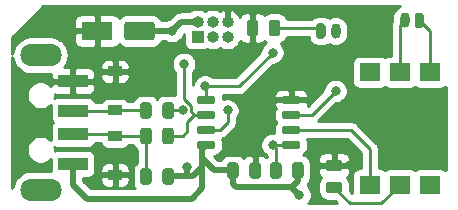
<source format=gtl>
G04 #@! TF.GenerationSoftware,KiCad,Pcbnew,5.1.6+dfsg1-1~bpo9+1*
G04 #@! TF.CreationDate,2022-04-04T20:25:57+02:00*
G04 #@! TF.ProjectId,sdrtrx-pttrelais,73647274-7278-42d7-9074-7472656c6169,rev?*
G04 #@! TF.SameCoordinates,Original*
G04 #@! TF.FileFunction,Copper,L1,Top*
G04 #@! TF.FilePolarity,Positive*
%FSLAX46Y46*%
G04 Gerber Fmt 4.6, Leading zero omitted, Abs format (unit mm)*
G04 Created by KiCad (PCBNEW 5.1.6+dfsg1-1~bpo9+1) date 2022-04-04 20:25:57*
%MOMM*%
%LPD*%
G01*
G04 APERTURE LIST*
G04 #@! TA.AperFunction,ComponentPad*
%ADD10O,0.800000X1.300000*%
G04 #@! TD*
G04 #@! TA.AperFunction,SMDPad,CuDef*
%ADD11R,1.780000X1.520000*%
G04 #@! TD*
G04 #@! TA.AperFunction,ComponentPad*
%ADD12O,1.000000X1.000000*%
G04 #@! TD*
G04 #@! TA.AperFunction,ComponentPad*
%ADD13R,1.000000X1.000000*%
G04 #@! TD*
G04 #@! TA.AperFunction,ComponentPad*
%ADD14O,3.500000X1.900000*%
G04 #@! TD*
G04 #@! TA.AperFunction,SMDPad,CuDef*
%ADD15R,2.500000X1.100000*%
G04 #@! TD*
G04 #@! TA.AperFunction,SMDPad,CuDef*
%ADD16R,1.200000X0.900000*%
G04 #@! TD*
G04 #@! TA.AperFunction,ViaPad*
%ADD17C,0.800000*%
G04 #@! TD*
G04 #@! TA.AperFunction,Conductor*
%ADD18C,0.508000*%
G04 #@! TD*
G04 #@! TA.AperFunction,Conductor*
%ADD19C,0.254000*%
G04 #@! TD*
G04 APERTURE END LIST*
D10*
X128021400Y-79756000D03*
G04 #@! TA.AperFunction,ComponentPad*
G36*
G01*
X126371400Y-80206000D02*
X126371400Y-79306000D01*
G75*
G02*
X126571400Y-79106000I200000J0D01*
G01*
X126971400Y-79106000D01*
G75*
G02*
X127171400Y-79306000I0J-200000D01*
G01*
X127171400Y-80206000D01*
G75*
G02*
X126971400Y-80406000I-200000J0D01*
G01*
X126571400Y-80406000D01*
G75*
G02*
X126371400Y-80206000I0J200000D01*
G01*
G37*
G04 #@! TD.AperFunction*
G04 #@! TA.AperFunction,SMDPad,CuDef*
G36*
G01*
X117850000Y-89258000D02*
X117850000Y-89558000D01*
G75*
G02*
X117700000Y-89708000I-150000J0D01*
G01*
X116400000Y-89708000D01*
G75*
G02*
X116250000Y-89558000I0J150000D01*
G01*
X116250000Y-89258000D01*
G75*
G02*
X116400000Y-89108000I150000J0D01*
G01*
X117700000Y-89108000D01*
G75*
G02*
X117850000Y-89258000I0J-150000D01*
G01*
G37*
G04 #@! TD.AperFunction*
G04 #@! TA.AperFunction,SMDPad,CuDef*
G36*
G01*
X117850000Y-87988000D02*
X117850000Y-88288000D01*
G75*
G02*
X117700000Y-88438000I-150000J0D01*
G01*
X116400000Y-88438000D01*
G75*
G02*
X116250000Y-88288000I0J150000D01*
G01*
X116250000Y-87988000D01*
G75*
G02*
X116400000Y-87838000I150000J0D01*
G01*
X117700000Y-87838000D01*
G75*
G02*
X117850000Y-87988000I0J-150000D01*
G01*
G37*
G04 #@! TD.AperFunction*
G04 #@! TA.AperFunction,SMDPad,CuDef*
G36*
G01*
X117850000Y-86718000D02*
X117850000Y-87018000D01*
G75*
G02*
X117700000Y-87168000I-150000J0D01*
G01*
X116400000Y-87168000D01*
G75*
G02*
X116250000Y-87018000I0J150000D01*
G01*
X116250000Y-86718000D01*
G75*
G02*
X116400000Y-86568000I150000J0D01*
G01*
X117700000Y-86568000D01*
G75*
G02*
X117850000Y-86718000I0J-150000D01*
G01*
G37*
G04 #@! TD.AperFunction*
G04 #@! TA.AperFunction,SMDPad,CuDef*
G36*
G01*
X117850000Y-85448000D02*
X117850000Y-85748000D01*
G75*
G02*
X117700000Y-85898000I-150000J0D01*
G01*
X116400000Y-85898000D01*
G75*
G02*
X116250000Y-85748000I0J150000D01*
G01*
X116250000Y-85448000D01*
G75*
G02*
X116400000Y-85298000I150000J0D01*
G01*
X117700000Y-85298000D01*
G75*
G02*
X117850000Y-85448000I0J-150000D01*
G01*
G37*
G04 #@! TD.AperFunction*
G04 #@! TA.AperFunction,SMDPad,CuDef*
G36*
G01*
X125050000Y-85448000D02*
X125050000Y-85748000D01*
G75*
G02*
X124900000Y-85898000I-150000J0D01*
G01*
X123600000Y-85898000D01*
G75*
G02*
X123450000Y-85748000I0J150000D01*
G01*
X123450000Y-85448000D01*
G75*
G02*
X123600000Y-85298000I150000J0D01*
G01*
X124900000Y-85298000D01*
G75*
G02*
X125050000Y-85448000I0J-150000D01*
G01*
G37*
G04 #@! TD.AperFunction*
G04 #@! TA.AperFunction,SMDPad,CuDef*
G36*
G01*
X125050000Y-86718000D02*
X125050000Y-87018000D01*
G75*
G02*
X124900000Y-87168000I-150000J0D01*
G01*
X123600000Y-87168000D01*
G75*
G02*
X123450000Y-87018000I0J150000D01*
G01*
X123450000Y-86718000D01*
G75*
G02*
X123600000Y-86568000I150000J0D01*
G01*
X124900000Y-86568000D01*
G75*
G02*
X125050000Y-86718000I0J-150000D01*
G01*
G37*
G04 #@! TD.AperFunction*
G04 #@! TA.AperFunction,SMDPad,CuDef*
G36*
G01*
X125050000Y-87988000D02*
X125050000Y-88288000D01*
G75*
G02*
X124900000Y-88438000I-150000J0D01*
G01*
X123600000Y-88438000D01*
G75*
G02*
X123450000Y-88288000I0J150000D01*
G01*
X123450000Y-87988000D01*
G75*
G02*
X123600000Y-87838000I150000J0D01*
G01*
X124900000Y-87838000D01*
G75*
G02*
X125050000Y-87988000I0J-150000D01*
G01*
G37*
G04 #@! TD.AperFunction*
G04 #@! TA.AperFunction,SMDPad,CuDef*
G36*
G01*
X125050000Y-89258000D02*
X125050000Y-89558000D01*
G75*
G02*
X124900000Y-89708000I-150000J0D01*
G01*
X123600000Y-89708000D01*
G75*
G02*
X123450000Y-89558000I0J150000D01*
G01*
X123450000Y-89258000D01*
G75*
G02*
X123600000Y-89108000I150000J0D01*
G01*
X124900000Y-89108000D01*
G75*
G02*
X125050000Y-89258000I0J-150000D01*
G01*
G37*
G04 #@! TD.AperFunction*
D11*
X130937000Y-83246000D03*
X133477000Y-83246000D03*
X136017000Y-83246000D03*
X136017000Y-92776000D03*
X133477000Y-92776000D03*
X130937000Y-92776000D03*
D12*
X118872000Y-78994000D03*
X118872000Y-80264000D03*
X117602000Y-78994000D03*
X117602000Y-80264000D03*
X116332000Y-78994000D03*
D13*
X116332000Y-80264000D03*
D10*
X133858000Y-78867000D03*
G04 #@! TA.AperFunction,ComponentPad*
G36*
G01*
X135508000Y-78417000D02*
X135508000Y-79317000D01*
G75*
G02*
X135308000Y-79517000I-200000J0D01*
G01*
X134908000Y-79517000D01*
G75*
G02*
X134708000Y-79317000I0J200000D01*
G01*
X134708000Y-78417000D01*
G75*
G02*
X134908000Y-78217000I200000J0D01*
G01*
X135308000Y-78217000D01*
G75*
G02*
X135508000Y-78417000I0J-200000D01*
G01*
G37*
G04 #@! TD.AperFunction*
G04 #@! TA.AperFunction,SMDPad,CuDef*
G36*
G01*
X121470000Y-79045750D02*
X121470000Y-79958250D01*
G75*
G02*
X121226250Y-80202000I-243750J0D01*
G01*
X120738750Y-80202000D01*
G75*
G02*
X120495000Y-79958250I0J243750D01*
G01*
X120495000Y-79045750D01*
G75*
G02*
X120738750Y-78802000I243750J0D01*
G01*
X121226250Y-78802000D01*
G75*
G02*
X121470000Y-79045750I0J-243750D01*
G01*
G37*
G04 #@! TD.AperFunction*
G04 #@! TA.AperFunction,SMDPad,CuDef*
G36*
G01*
X123345000Y-79045750D02*
X123345000Y-79958250D01*
G75*
G02*
X123101250Y-80202000I-243750J0D01*
G01*
X122613750Y-80202000D01*
G75*
G02*
X122370000Y-79958250I0J243750D01*
G01*
X122370000Y-79045750D01*
G75*
G02*
X122613750Y-78802000I243750J0D01*
G01*
X123101250Y-78802000D01*
G75*
G02*
X123345000Y-79045750I0J-243750D01*
G01*
G37*
G04 #@! TD.AperFunction*
G04 #@! TA.AperFunction,SMDPad,CuDef*
G36*
G01*
X128345250Y-91625000D02*
X127432750Y-91625000D01*
G75*
G02*
X127189000Y-91381250I0J243750D01*
G01*
X127189000Y-90893750D01*
G75*
G02*
X127432750Y-90650000I243750J0D01*
G01*
X128345250Y-90650000D01*
G75*
G02*
X128589000Y-90893750I0J-243750D01*
G01*
X128589000Y-91381250D01*
G75*
G02*
X128345250Y-91625000I-243750J0D01*
G01*
G37*
G04 #@! TD.AperFunction*
G04 #@! TA.AperFunction,SMDPad,CuDef*
G36*
G01*
X128345250Y-93500000D02*
X127432750Y-93500000D01*
G75*
G02*
X127189000Y-93256250I0J243750D01*
G01*
X127189000Y-92768750D01*
G75*
G02*
X127432750Y-92525000I243750J0D01*
G01*
X128345250Y-92525000D01*
G75*
G02*
X128589000Y-92768750I0J-243750D01*
G01*
X128589000Y-93256250D01*
G75*
G02*
X128345250Y-93500000I-243750J0D01*
G01*
G37*
G04 #@! TD.AperFunction*
G04 #@! TA.AperFunction,SMDPad,CuDef*
G36*
G01*
X123451200Y-91110750D02*
X123451200Y-92023250D01*
G75*
G02*
X123207450Y-92267000I-243750J0D01*
G01*
X122719950Y-92267000D01*
G75*
G02*
X122476200Y-92023250I0J243750D01*
G01*
X122476200Y-91110750D01*
G75*
G02*
X122719950Y-90867000I243750J0D01*
G01*
X123207450Y-90867000D01*
G75*
G02*
X123451200Y-91110750I0J-243750D01*
G01*
G37*
G04 #@! TD.AperFunction*
G04 #@! TA.AperFunction,SMDPad,CuDef*
G36*
G01*
X125326200Y-91110750D02*
X125326200Y-92023250D01*
G75*
G02*
X125082450Y-92267000I-243750J0D01*
G01*
X124594950Y-92267000D01*
G75*
G02*
X124351200Y-92023250I0J243750D01*
G01*
X124351200Y-91110750D01*
G75*
G02*
X124594950Y-90867000I243750J0D01*
G01*
X125082450Y-90867000D01*
G75*
G02*
X125326200Y-91110750I0J-243750D01*
G01*
G37*
G04 #@! TD.AperFunction*
G04 #@! TA.AperFunction,SMDPad,CuDef*
G36*
G01*
X112453000Y-88189750D02*
X112453000Y-89102250D01*
G75*
G02*
X112209250Y-89346000I-243750J0D01*
G01*
X111721750Y-89346000D01*
G75*
G02*
X111478000Y-89102250I0J243750D01*
G01*
X111478000Y-88189750D01*
G75*
G02*
X111721750Y-87946000I243750J0D01*
G01*
X112209250Y-87946000D01*
G75*
G02*
X112453000Y-88189750I0J-243750D01*
G01*
G37*
G04 #@! TD.AperFunction*
G04 #@! TA.AperFunction,SMDPad,CuDef*
G36*
G01*
X114328000Y-88189750D02*
X114328000Y-89102250D01*
G75*
G02*
X114084250Y-89346000I-243750J0D01*
G01*
X113596750Y-89346000D01*
G75*
G02*
X113353000Y-89102250I0J243750D01*
G01*
X113353000Y-88189750D01*
G75*
G02*
X113596750Y-87946000I243750J0D01*
G01*
X114084250Y-87946000D01*
G75*
G02*
X114328000Y-88189750I0J-243750D01*
G01*
G37*
G04 #@! TD.AperFunction*
G04 #@! TA.AperFunction,SMDPad,CuDef*
G36*
G01*
X112453000Y-86030750D02*
X112453000Y-86943250D01*
G75*
G02*
X112209250Y-87187000I-243750J0D01*
G01*
X111721750Y-87187000D01*
G75*
G02*
X111478000Y-86943250I0J243750D01*
G01*
X111478000Y-86030750D01*
G75*
G02*
X111721750Y-85787000I243750J0D01*
G01*
X112209250Y-85787000D01*
G75*
G02*
X112453000Y-86030750I0J-243750D01*
G01*
G37*
G04 #@! TD.AperFunction*
G04 #@! TA.AperFunction,SMDPad,CuDef*
G36*
G01*
X114328000Y-86030750D02*
X114328000Y-86943250D01*
G75*
G02*
X114084250Y-87187000I-243750J0D01*
G01*
X113596750Y-87187000D01*
G75*
G02*
X113353000Y-86943250I0J243750D01*
G01*
X113353000Y-86030750D01*
G75*
G02*
X113596750Y-85787000I243750J0D01*
G01*
X114084250Y-85787000D01*
G75*
G02*
X114328000Y-86030750I0J-243750D01*
G01*
G37*
G04 #@! TD.AperFunction*
G04 #@! TA.AperFunction,SMDPad,CuDef*
G36*
G01*
X112453000Y-91618750D02*
X112453000Y-92531250D01*
G75*
G02*
X112209250Y-92775000I-243750J0D01*
G01*
X111721750Y-92775000D01*
G75*
G02*
X111478000Y-92531250I0J243750D01*
G01*
X111478000Y-91618750D01*
G75*
G02*
X111721750Y-91375000I243750J0D01*
G01*
X112209250Y-91375000D01*
G75*
G02*
X112453000Y-91618750I0J-243750D01*
G01*
G37*
G04 #@! TD.AperFunction*
G04 #@! TA.AperFunction,SMDPad,CuDef*
G36*
G01*
X114328000Y-91618750D02*
X114328000Y-92531250D01*
G75*
G02*
X114084250Y-92775000I-243750J0D01*
G01*
X113596750Y-92775000D01*
G75*
G02*
X113353000Y-92531250I0J243750D01*
G01*
X113353000Y-91618750D01*
G75*
G02*
X113596750Y-91375000I243750J0D01*
G01*
X114084250Y-91375000D01*
G75*
G02*
X114328000Y-91618750I0J-243750D01*
G01*
G37*
G04 #@! TD.AperFunction*
D14*
X103039000Y-81803000D03*
X103039000Y-93203000D03*
D15*
X105789000Y-84003000D03*
X105789000Y-91003000D03*
X105789000Y-86503000D03*
X105789000Y-88503000D03*
D16*
X109347000Y-91947000D03*
X109347000Y-88647000D03*
X109347000Y-83186000D03*
X109347000Y-86486000D03*
G04 #@! TA.AperFunction,SMDPad,CuDef*
G36*
G01*
X109123000Y-79206000D02*
X109123000Y-80306000D01*
G75*
G02*
X108873000Y-80556000I-250000J0D01*
G01*
X106773000Y-80556000D01*
G75*
G02*
X106523000Y-80306000I0J250000D01*
G01*
X106523000Y-79206000D01*
G75*
G02*
X106773000Y-78956000I250000J0D01*
G01*
X108873000Y-78956000D01*
G75*
G02*
X109123000Y-79206000I0J-250000D01*
G01*
G37*
G04 #@! TD.AperFunction*
G04 #@! TA.AperFunction,SMDPad,CuDef*
G36*
G01*
X112723000Y-79206000D02*
X112723000Y-80306000D01*
G75*
G02*
X112473000Y-80556000I-250000J0D01*
G01*
X110373000Y-80556000D01*
G75*
G02*
X110123000Y-80306000I0J250000D01*
G01*
X110123000Y-79206000D01*
G75*
G02*
X110373000Y-78956000I250000J0D01*
G01*
X112473000Y-78956000D01*
G75*
G02*
X112723000Y-79206000I0J-250000D01*
G01*
G37*
G04 #@! TD.AperFunction*
G04 #@! TA.AperFunction,SMDPad,CuDef*
G36*
G01*
X120719000Y-92023250D02*
X120719000Y-91110750D01*
G75*
G02*
X120962750Y-90867000I243750J0D01*
G01*
X121450250Y-90867000D01*
G75*
G02*
X121694000Y-91110750I0J-243750D01*
G01*
X121694000Y-92023250D01*
G75*
G02*
X121450250Y-92267000I-243750J0D01*
G01*
X120962750Y-92267000D01*
G75*
G02*
X120719000Y-92023250I0J243750D01*
G01*
G37*
G04 #@! TD.AperFunction*
G04 #@! TA.AperFunction,SMDPad,CuDef*
G36*
G01*
X118844000Y-92023250D02*
X118844000Y-91110750D01*
G75*
G02*
X119087750Y-90867000I243750J0D01*
G01*
X119575250Y-90867000D01*
G75*
G02*
X119819000Y-91110750I0J-243750D01*
G01*
X119819000Y-92023250D01*
G75*
G02*
X119575250Y-92267000I-243750J0D01*
G01*
X119087750Y-92267000D01*
G75*
G02*
X118844000Y-92023250I0J243750D01*
G01*
G37*
G04 #@! TD.AperFunction*
D17*
X108585000Y-90170000D03*
X110236000Y-90170000D03*
X105156000Y-79883000D03*
X105156000Y-78867000D03*
X126288800Y-91135200D03*
X126263400Y-92278200D03*
X136029700Y-89560400D03*
X136029700Y-88341200D03*
X129273300Y-91122500D03*
X114173000Y-79756000D03*
X115443000Y-91313000D03*
X124955300Y-93637100D03*
X128016000Y-84836000D03*
X116967000Y-84455000D03*
X122682000Y-81580038D03*
X115062000Y-86487000D03*
X118872000Y-86487000D03*
X115182933Y-82543933D03*
X122682000Y-89408000D03*
D18*
X116713000Y-93091000D02*
X116713000Y-91313000D01*
X105789000Y-91003000D02*
X105789000Y-92835000D01*
X106934000Y-93980000D02*
X115824000Y-93980000D01*
X115824000Y-93980000D02*
X116713000Y-93091000D01*
X105789000Y-92835000D02*
X106934000Y-93980000D01*
X115951000Y-92075000D02*
X116713000Y-91313000D01*
X114173000Y-79756000D02*
X111423000Y-79756000D01*
X114935000Y-78994000D02*
X116332000Y-78994000D01*
X114173000Y-79756000D02*
X114935000Y-78994000D01*
X116713000Y-89727000D02*
X117032000Y-89408000D01*
X115443000Y-92075000D02*
X115951000Y-92075000D01*
X115443000Y-91313000D02*
X115443000Y-92075000D01*
X113840500Y-92075000D02*
X115443000Y-92075000D01*
X119331500Y-91869500D02*
X119380000Y-91821000D01*
X119331500Y-91567000D02*
X117729000Y-91567000D01*
X117729000Y-91567000D02*
X116713000Y-90551000D01*
X116713000Y-90551000D02*
X116713000Y-89727000D01*
X116713000Y-91313000D02*
X116713000Y-90551000D01*
X119331500Y-91567000D02*
X119331500Y-92712300D01*
X119331500Y-92712300D02*
X119621300Y-93002100D01*
X119621300Y-93002100D02*
X124333000Y-93002100D01*
X124838700Y-92496400D02*
X124838700Y-91567000D01*
X124333000Y-93002100D02*
X124838700Y-92496400D01*
X124333000Y-93014800D02*
X124955300Y-93637100D01*
X124333000Y-93002100D02*
X124333000Y-93014800D01*
D19*
X109330000Y-86503000D02*
X109347000Y-86486000D01*
X105789000Y-86503000D02*
X109330000Y-86503000D01*
X111964500Y-86486000D02*
X111965500Y-86487000D01*
X109347000Y-86486000D02*
X111964500Y-86486000D01*
X109203000Y-88503000D02*
X109347000Y-88647000D01*
X105789000Y-88503000D02*
X109203000Y-88503000D01*
X111964500Y-88647000D02*
X111965500Y-88646000D01*
X109347000Y-88647000D02*
X111964500Y-88647000D01*
X111965500Y-92075000D02*
X111965500Y-88646000D01*
X125984000Y-86868000D02*
X128016000Y-84836000D01*
X124333000Y-86868000D02*
X125984000Y-86868000D01*
X133477000Y-79248000D02*
X133858000Y-78867000D01*
X133477000Y-83246000D02*
X133477000Y-79248000D01*
X136017000Y-79776000D02*
X135108000Y-78867000D01*
X136017000Y-83246000D02*
X136017000Y-79776000D01*
X117032000Y-84520000D02*
X116967000Y-84455000D01*
X117032000Y-85598000D02*
X117032000Y-84520000D01*
X119807038Y-84455000D02*
X122682000Y-81580038D01*
X116967000Y-84455000D02*
X119807038Y-84455000D01*
X113840500Y-86487000D02*
X115062000Y-86487000D01*
X118872000Y-86487000D02*
X118872000Y-87503000D01*
X118237000Y-88138000D02*
X117032000Y-88138000D01*
X118872000Y-87503000D02*
X118237000Y-88138000D01*
X116057000Y-86868000D02*
X117032000Y-86868000D01*
X113840500Y-88646000D02*
X115062000Y-88646000D01*
X115443000Y-88265000D02*
X115443000Y-87482000D01*
X115062000Y-88646000D02*
X115443000Y-88265000D01*
X115443000Y-87482000D02*
X116057000Y-86868000D01*
X116652404Y-86868000D02*
X117032000Y-86868000D01*
X115182933Y-82543933D02*
X115182933Y-85398529D01*
X117032000Y-86868000D02*
X116078000Y-86868000D01*
X115789001Y-86579001D02*
X115789001Y-86138039D01*
X116078000Y-86868000D02*
X115789001Y-86579001D01*
X115182933Y-85531971D02*
X115182933Y-85398529D01*
X115789001Y-86138039D02*
X115182933Y-85531971D01*
X127889000Y-93012500D02*
X129237500Y-94361000D01*
X131892000Y-94361000D02*
X133477000Y-92776000D01*
X129237500Y-94361000D02*
X131892000Y-94361000D01*
X130937000Y-89789000D02*
X130937000Y-92776000D01*
X129286000Y-88138000D02*
X130238500Y-89090500D01*
X130238500Y-89090500D02*
X130937000Y-89789000D01*
X129921000Y-88773000D02*
X130238500Y-89090500D01*
X129286000Y-88138000D02*
X124250000Y-88138000D01*
X124250000Y-89408000D02*
X122682000Y-89408000D01*
X122963700Y-89689700D02*
X122682000Y-89408000D01*
X122963700Y-91567000D02*
X122963700Y-89689700D01*
X126492000Y-79502000D02*
X126746000Y-79756000D01*
X122857500Y-79502000D02*
X126492000Y-79502000D01*
G36*
X129726148Y-89655779D02*
G01*
X129726153Y-89655783D01*
X130175000Y-90104631D01*
X130175001Y-91377928D01*
X130047000Y-91377928D01*
X129922518Y-91390188D01*
X129802820Y-91426498D01*
X129692506Y-91485463D01*
X129595815Y-91564815D01*
X129516463Y-91661506D01*
X129457498Y-91771820D01*
X129421188Y-91891518D01*
X129408928Y-92016000D01*
X129408928Y-93454797D01*
X129225575Y-93271445D01*
X129227072Y-93256250D01*
X129227072Y-92768750D01*
X129210128Y-92596715D01*
X129159947Y-92431291D01*
X129078458Y-92278836D01*
X128968792Y-92145208D01*
X128962436Y-92139992D01*
X129040185Y-92076185D01*
X129119537Y-91979494D01*
X129178502Y-91869180D01*
X129214812Y-91749482D01*
X129227072Y-91625000D01*
X129224000Y-91423250D01*
X129065250Y-91264500D01*
X128016000Y-91264500D01*
X128016000Y-91284500D01*
X127762000Y-91284500D01*
X127762000Y-91264500D01*
X126712750Y-91264500D01*
X126554000Y-91423250D01*
X126550928Y-91625000D01*
X126563188Y-91749482D01*
X126599498Y-91869180D01*
X126658463Y-91979494D01*
X126737815Y-92076185D01*
X126815564Y-92139992D01*
X126809208Y-92145208D01*
X126699542Y-92278836D01*
X126618053Y-92431291D01*
X126567872Y-92596715D01*
X126550928Y-92768750D01*
X126550928Y-93256250D01*
X126567872Y-93428285D01*
X126618053Y-93593709D01*
X126699542Y-93746164D01*
X126809208Y-93879792D01*
X126942836Y-93989458D01*
X127095291Y-94070947D01*
X127260715Y-94121128D01*
X127432750Y-94138072D01*
X127936942Y-94138072D01*
X128138869Y-94340000D01*
X125716111Y-94340000D01*
X125759237Y-94296874D01*
X125872505Y-94127356D01*
X125950526Y-93938998D01*
X125990300Y-93739039D01*
X125990300Y-93535161D01*
X125950526Y-93335202D01*
X125872505Y-93146844D01*
X125759237Y-92977326D01*
X125648732Y-92866821D01*
X125658693Y-92848185D01*
X125664002Y-92838253D01*
X125685086Y-92768750D01*
X125692821Y-92743250D01*
X125714836Y-92670675D01*
X125718715Y-92631289D01*
X125815658Y-92513164D01*
X125897147Y-92360709D01*
X125947328Y-92195285D01*
X125964272Y-92023250D01*
X125964272Y-91110750D01*
X125947328Y-90938715D01*
X125897147Y-90773291D01*
X125831247Y-90650000D01*
X126550928Y-90650000D01*
X126554000Y-90851750D01*
X126712750Y-91010500D01*
X127762000Y-91010500D01*
X127762000Y-90173750D01*
X128016000Y-90173750D01*
X128016000Y-91010500D01*
X129065250Y-91010500D01*
X129224000Y-90851750D01*
X129227072Y-90650000D01*
X129214812Y-90525518D01*
X129178502Y-90405820D01*
X129119537Y-90295506D01*
X129040185Y-90198815D01*
X128943494Y-90119463D01*
X128833180Y-90060498D01*
X128713482Y-90024188D01*
X128589000Y-90011928D01*
X128174750Y-90015000D01*
X128016000Y-90173750D01*
X127762000Y-90173750D01*
X127603250Y-90015000D01*
X127189000Y-90011928D01*
X127064518Y-90024188D01*
X126944820Y-90060498D01*
X126834506Y-90119463D01*
X126737815Y-90198815D01*
X126658463Y-90295506D01*
X126599498Y-90405820D01*
X126563188Y-90525518D01*
X126550928Y-90650000D01*
X125831247Y-90650000D01*
X125815658Y-90620836D01*
X125705992Y-90487208D01*
X125572364Y-90377542D01*
X125419909Y-90296053D01*
X125268729Y-90250193D01*
X125337829Y-90213258D01*
X125457251Y-90115251D01*
X125555258Y-89995829D01*
X125628084Y-89859582D01*
X125672929Y-89711745D01*
X125688072Y-89558000D01*
X125688072Y-89258000D01*
X125672929Y-89104255D01*
X125628084Y-88956418D01*
X125597928Y-88900000D01*
X128970370Y-88900000D01*
X129726148Y-89655779D01*
G37*
X129726148Y-89655779D02*
X129726153Y-89655783D01*
X130175000Y-90104631D01*
X130175001Y-91377928D01*
X130047000Y-91377928D01*
X129922518Y-91390188D01*
X129802820Y-91426498D01*
X129692506Y-91485463D01*
X129595815Y-91564815D01*
X129516463Y-91661506D01*
X129457498Y-91771820D01*
X129421188Y-91891518D01*
X129408928Y-92016000D01*
X129408928Y-93454797D01*
X129225575Y-93271445D01*
X129227072Y-93256250D01*
X129227072Y-92768750D01*
X129210128Y-92596715D01*
X129159947Y-92431291D01*
X129078458Y-92278836D01*
X128968792Y-92145208D01*
X128962436Y-92139992D01*
X129040185Y-92076185D01*
X129119537Y-91979494D01*
X129178502Y-91869180D01*
X129214812Y-91749482D01*
X129227072Y-91625000D01*
X129224000Y-91423250D01*
X129065250Y-91264500D01*
X128016000Y-91264500D01*
X128016000Y-91284500D01*
X127762000Y-91284500D01*
X127762000Y-91264500D01*
X126712750Y-91264500D01*
X126554000Y-91423250D01*
X126550928Y-91625000D01*
X126563188Y-91749482D01*
X126599498Y-91869180D01*
X126658463Y-91979494D01*
X126737815Y-92076185D01*
X126815564Y-92139992D01*
X126809208Y-92145208D01*
X126699542Y-92278836D01*
X126618053Y-92431291D01*
X126567872Y-92596715D01*
X126550928Y-92768750D01*
X126550928Y-93256250D01*
X126567872Y-93428285D01*
X126618053Y-93593709D01*
X126699542Y-93746164D01*
X126809208Y-93879792D01*
X126942836Y-93989458D01*
X127095291Y-94070947D01*
X127260715Y-94121128D01*
X127432750Y-94138072D01*
X127936942Y-94138072D01*
X128138869Y-94340000D01*
X125716111Y-94340000D01*
X125759237Y-94296874D01*
X125872505Y-94127356D01*
X125950526Y-93938998D01*
X125990300Y-93739039D01*
X125990300Y-93535161D01*
X125950526Y-93335202D01*
X125872505Y-93146844D01*
X125759237Y-92977326D01*
X125648732Y-92866821D01*
X125658693Y-92848185D01*
X125664002Y-92838253D01*
X125685086Y-92768750D01*
X125692821Y-92743250D01*
X125714836Y-92670675D01*
X125718715Y-92631289D01*
X125815658Y-92513164D01*
X125897147Y-92360709D01*
X125947328Y-92195285D01*
X125964272Y-92023250D01*
X125964272Y-91110750D01*
X125947328Y-90938715D01*
X125897147Y-90773291D01*
X125831247Y-90650000D01*
X126550928Y-90650000D01*
X126554000Y-90851750D01*
X126712750Y-91010500D01*
X127762000Y-91010500D01*
X127762000Y-90173750D01*
X128016000Y-90173750D01*
X128016000Y-91010500D01*
X129065250Y-91010500D01*
X129224000Y-90851750D01*
X129227072Y-90650000D01*
X129214812Y-90525518D01*
X129178502Y-90405820D01*
X129119537Y-90295506D01*
X129040185Y-90198815D01*
X128943494Y-90119463D01*
X128833180Y-90060498D01*
X128713482Y-90024188D01*
X128589000Y-90011928D01*
X128174750Y-90015000D01*
X128016000Y-90173750D01*
X127762000Y-90173750D01*
X127603250Y-90015000D01*
X127189000Y-90011928D01*
X127064518Y-90024188D01*
X126944820Y-90060498D01*
X126834506Y-90119463D01*
X126737815Y-90198815D01*
X126658463Y-90295506D01*
X126599498Y-90405820D01*
X126563188Y-90525518D01*
X126550928Y-90650000D01*
X125831247Y-90650000D01*
X125815658Y-90620836D01*
X125705992Y-90487208D01*
X125572364Y-90377542D01*
X125419909Y-90296053D01*
X125268729Y-90250193D01*
X125337829Y-90213258D01*
X125457251Y-90115251D01*
X125555258Y-89995829D01*
X125628084Y-89859582D01*
X125672929Y-89711745D01*
X125688072Y-89558000D01*
X125688072Y-89258000D01*
X125672929Y-89104255D01*
X125628084Y-88956418D01*
X125597928Y-88900000D01*
X128970370Y-88900000D01*
X129726148Y-89655779D01*
G36*
X108157498Y-89341180D02*
G01*
X108216463Y-89451494D01*
X108295815Y-89548185D01*
X108392506Y-89627537D01*
X108502820Y-89686502D01*
X108622518Y-89722812D01*
X108747000Y-89735072D01*
X109947000Y-89735072D01*
X110071482Y-89722812D01*
X110191180Y-89686502D01*
X110301494Y-89627537D01*
X110398185Y-89548185D01*
X110477537Y-89451494D01*
X110500251Y-89409000D01*
X110897737Y-89409000D01*
X110907053Y-89439709D01*
X110988542Y-89592164D01*
X111098208Y-89725792D01*
X111203501Y-89812204D01*
X111203500Y-90908797D01*
X111098208Y-90995208D01*
X110988542Y-91128836D01*
X110907053Y-91281291D01*
X110856872Y-91446715D01*
X110839928Y-91618750D01*
X110839928Y-92531250D01*
X110856872Y-92703285D01*
X110907053Y-92868709D01*
X110988542Y-93021164D01*
X111045855Y-93091000D01*
X107302236Y-93091000D01*
X106678000Y-92466765D01*
X106678000Y-92397000D01*
X108108928Y-92397000D01*
X108121188Y-92521482D01*
X108157498Y-92641180D01*
X108216463Y-92751494D01*
X108295815Y-92848185D01*
X108392506Y-92927537D01*
X108502820Y-92986502D01*
X108622518Y-93022812D01*
X108747000Y-93035072D01*
X109061250Y-93032000D01*
X109220000Y-92873250D01*
X109220000Y-92074000D01*
X109474000Y-92074000D01*
X109474000Y-92873250D01*
X109632750Y-93032000D01*
X109947000Y-93035072D01*
X110071482Y-93022812D01*
X110191180Y-92986502D01*
X110301494Y-92927537D01*
X110398185Y-92848185D01*
X110477537Y-92751494D01*
X110536502Y-92641180D01*
X110572812Y-92521482D01*
X110585072Y-92397000D01*
X110582000Y-92232750D01*
X110423250Y-92074000D01*
X109474000Y-92074000D01*
X109220000Y-92074000D01*
X108270750Y-92074000D01*
X108112000Y-92232750D01*
X108108928Y-92397000D01*
X106678000Y-92397000D01*
X106678000Y-92191072D01*
X107039000Y-92191072D01*
X107163482Y-92178812D01*
X107283180Y-92142502D01*
X107393494Y-92083537D01*
X107490185Y-92004185D01*
X107569537Y-91907494D01*
X107628502Y-91797180D01*
X107664812Y-91677482D01*
X107677072Y-91553000D01*
X107677072Y-91497000D01*
X108108928Y-91497000D01*
X108112000Y-91661250D01*
X108270750Y-91820000D01*
X109220000Y-91820000D01*
X109220000Y-91020750D01*
X109474000Y-91020750D01*
X109474000Y-91820000D01*
X110423250Y-91820000D01*
X110582000Y-91661250D01*
X110585072Y-91497000D01*
X110572812Y-91372518D01*
X110536502Y-91252820D01*
X110477537Y-91142506D01*
X110398185Y-91045815D01*
X110301494Y-90966463D01*
X110191180Y-90907498D01*
X110071482Y-90871188D01*
X109947000Y-90858928D01*
X109632750Y-90862000D01*
X109474000Y-91020750D01*
X109220000Y-91020750D01*
X109061250Y-90862000D01*
X108747000Y-90858928D01*
X108622518Y-90871188D01*
X108502820Y-90907498D01*
X108392506Y-90966463D01*
X108295815Y-91045815D01*
X108216463Y-91142506D01*
X108157498Y-91252820D01*
X108121188Y-91372518D01*
X108108928Y-91497000D01*
X107677072Y-91497000D01*
X107677072Y-90453000D01*
X107664812Y-90328518D01*
X107628502Y-90208820D01*
X107569537Y-90098506D01*
X107490185Y-90001815D01*
X107393494Y-89922463D01*
X107283180Y-89863498D01*
X107163482Y-89827188D01*
X107039000Y-89814928D01*
X104539000Y-89814928D01*
X104414518Y-89827188D01*
X104294820Y-89863498D01*
X104224000Y-89901353D01*
X104224000Y-89686288D01*
X104205829Y-89594934D01*
X104294820Y-89642502D01*
X104414518Y-89678812D01*
X104539000Y-89691072D01*
X107039000Y-89691072D01*
X107163482Y-89678812D01*
X107283180Y-89642502D01*
X107393494Y-89583537D01*
X107490185Y-89504185D01*
X107569537Y-89407494D01*
X107628502Y-89297180D01*
X107638264Y-89265000D01*
X108134389Y-89265000D01*
X108157498Y-89341180D01*
G37*
X108157498Y-89341180D02*
X108216463Y-89451494D01*
X108295815Y-89548185D01*
X108392506Y-89627537D01*
X108502820Y-89686502D01*
X108622518Y-89722812D01*
X108747000Y-89735072D01*
X109947000Y-89735072D01*
X110071482Y-89722812D01*
X110191180Y-89686502D01*
X110301494Y-89627537D01*
X110398185Y-89548185D01*
X110477537Y-89451494D01*
X110500251Y-89409000D01*
X110897737Y-89409000D01*
X110907053Y-89439709D01*
X110988542Y-89592164D01*
X111098208Y-89725792D01*
X111203501Y-89812204D01*
X111203500Y-90908797D01*
X111098208Y-90995208D01*
X110988542Y-91128836D01*
X110907053Y-91281291D01*
X110856872Y-91446715D01*
X110839928Y-91618750D01*
X110839928Y-92531250D01*
X110856872Y-92703285D01*
X110907053Y-92868709D01*
X110988542Y-93021164D01*
X111045855Y-93091000D01*
X107302236Y-93091000D01*
X106678000Y-92466765D01*
X106678000Y-92397000D01*
X108108928Y-92397000D01*
X108121188Y-92521482D01*
X108157498Y-92641180D01*
X108216463Y-92751494D01*
X108295815Y-92848185D01*
X108392506Y-92927537D01*
X108502820Y-92986502D01*
X108622518Y-93022812D01*
X108747000Y-93035072D01*
X109061250Y-93032000D01*
X109220000Y-92873250D01*
X109220000Y-92074000D01*
X109474000Y-92074000D01*
X109474000Y-92873250D01*
X109632750Y-93032000D01*
X109947000Y-93035072D01*
X110071482Y-93022812D01*
X110191180Y-92986502D01*
X110301494Y-92927537D01*
X110398185Y-92848185D01*
X110477537Y-92751494D01*
X110536502Y-92641180D01*
X110572812Y-92521482D01*
X110585072Y-92397000D01*
X110582000Y-92232750D01*
X110423250Y-92074000D01*
X109474000Y-92074000D01*
X109220000Y-92074000D01*
X108270750Y-92074000D01*
X108112000Y-92232750D01*
X108108928Y-92397000D01*
X106678000Y-92397000D01*
X106678000Y-92191072D01*
X107039000Y-92191072D01*
X107163482Y-92178812D01*
X107283180Y-92142502D01*
X107393494Y-92083537D01*
X107490185Y-92004185D01*
X107569537Y-91907494D01*
X107628502Y-91797180D01*
X107664812Y-91677482D01*
X107677072Y-91553000D01*
X107677072Y-91497000D01*
X108108928Y-91497000D01*
X108112000Y-91661250D01*
X108270750Y-91820000D01*
X109220000Y-91820000D01*
X109220000Y-91020750D01*
X109474000Y-91020750D01*
X109474000Y-91820000D01*
X110423250Y-91820000D01*
X110582000Y-91661250D01*
X110585072Y-91497000D01*
X110572812Y-91372518D01*
X110536502Y-91252820D01*
X110477537Y-91142506D01*
X110398185Y-91045815D01*
X110301494Y-90966463D01*
X110191180Y-90907498D01*
X110071482Y-90871188D01*
X109947000Y-90858928D01*
X109632750Y-90862000D01*
X109474000Y-91020750D01*
X109220000Y-91020750D01*
X109061250Y-90862000D01*
X108747000Y-90858928D01*
X108622518Y-90871188D01*
X108502820Y-90907498D01*
X108392506Y-90966463D01*
X108295815Y-91045815D01*
X108216463Y-91142506D01*
X108157498Y-91252820D01*
X108121188Y-91372518D01*
X108108928Y-91497000D01*
X107677072Y-91497000D01*
X107677072Y-90453000D01*
X107664812Y-90328518D01*
X107628502Y-90208820D01*
X107569537Y-90098506D01*
X107490185Y-90001815D01*
X107393494Y-89922463D01*
X107283180Y-89863498D01*
X107163482Y-89827188D01*
X107039000Y-89814928D01*
X104539000Y-89814928D01*
X104414518Y-89827188D01*
X104294820Y-89863498D01*
X104224000Y-89901353D01*
X104224000Y-89686288D01*
X104205829Y-89594934D01*
X104294820Y-89642502D01*
X104414518Y-89678812D01*
X104539000Y-89691072D01*
X107039000Y-89691072D01*
X107163482Y-89678812D01*
X107283180Y-89642502D01*
X107393494Y-89583537D01*
X107490185Y-89504185D01*
X107569537Y-89407494D01*
X107628502Y-89297180D01*
X107638264Y-89265000D01*
X108134389Y-89265000D01*
X108157498Y-89341180D01*
G36*
X133280204Y-77752266D02*
G01*
X133122605Y-77881604D01*
X132993267Y-78039203D01*
X132897159Y-78219007D01*
X132837976Y-78414105D01*
X132823000Y-78566162D01*
X132823000Y-78855077D01*
X132769599Y-78954985D01*
X132726027Y-79098622D01*
X132711314Y-79248000D01*
X132715001Y-79285433D01*
X132715000Y-81847928D01*
X132587000Y-81847928D01*
X132462518Y-81860188D01*
X132342820Y-81896498D01*
X132232506Y-81955463D01*
X132207000Y-81976395D01*
X132181494Y-81955463D01*
X132071180Y-81896498D01*
X131951482Y-81860188D01*
X131827000Y-81847928D01*
X130047000Y-81847928D01*
X129922518Y-81860188D01*
X129802820Y-81896498D01*
X129692506Y-81955463D01*
X129595815Y-82034815D01*
X129516463Y-82131506D01*
X129457498Y-82241820D01*
X129421188Y-82361518D01*
X129408928Y-82486000D01*
X129408928Y-84006000D01*
X129421188Y-84130482D01*
X129457498Y-84250180D01*
X129516463Y-84360494D01*
X129595815Y-84457185D01*
X129692506Y-84536537D01*
X129802820Y-84595502D01*
X129922518Y-84631812D01*
X130047000Y-84644072D01*
X131827000Y-84644072D01*
X131951482Y-84631812D01*
X132071180Y-84595502D01*
X132181494Y-84536537D01*
X132207000Y-84515605D01*
X132232506Y-84536537D01*
X132342820Y-84595502D01*
X132462518Y-84631812D01*
X132587000Y-84644072D01*
X134367000Y-84644072D01*
X134491482Y-84631812D01*
X134611180Y-84595502D01*
X134721494Y-84536537D01*
X134747000Y-84515605D01*
X134772506Y-84536537D01*
X134882820Y-84595502D01*
X135002518Y-84631812D01*
X135127000Y-84644072D01*
X136907000Y-84644072D01*
X137031482Y-84631812D01*
X137151180Y-84595502D01*
X137261494Y-84536537D01*
X137340001Y-84472109D01*
X137340000Y-91549891D01*
X137261494Y-91485463D01*
X137151180Y-91426498D01*
X137031482Y-91390188D01*
X136907000Y-91377928D01*
X135127000Y-91377928D01*
X135002518Y-91390188D01*
X134882820Y-91426498D01*
X134772506Y-91485463D01*
X134747000Y-91506395D01*
X134721494Y-91485463D01*
X134611180Y-91426498D01*
X134491482Y-91390188D01*
X134367000Y-91377928D01*
X132587000Y-91377928D01*
X132462518Y-91390188D01*
X132342820Y-91426498D01*
X132232506Y-91485463D01*
X132207000Y-91506395D01*
X132181494Y-91485463D01*
X132071180Y-91426498D01*
X131951482Y-91390188D01*
X131827000Y-91377928D01*
X131699000Y-91377928D01*
X131699000Y-89826422D01*
X131702686Y-89788999D01*
X131698830Y-89749852D01*
X131687974Y-89639622D01*
X131644402Y-89495985D01*
X131573645Y-89363608D01*
X131478422Y-89247578D01*
X131449353Y-89223722D01*
X130803783Y-88578153D01*
X130803779Y-88578148D01*
X129851284Y-87625654D01*
X129827422Y-87596578D01*
X129711392Y-87501355D01*
X129579015Y-87430598D01*
X129435378Y-87387026D01*
X129323426Y-87376000D01*
X129323423Y-87376000D01*
X129286000Y-87372314D01*
X129248577Y-87376000D01*
X126553630Y-87376000D01*
X128058631Y-85871000D01*
X128117939Y-85871000D01*
X128317898Y-85831226D01*
X128506256Y-85753205D01*
X128675774Y-85639937D01*
X128819937Y-85495774D01*
X128933205Y-85326256D01*
X129011226Y-85137898D01*
X129051000Y-84937939D01*
X129051000Y-84734061D01*
X129011226Y-84534102D01*
X128933205Y-84345744D01*
X128819937Y-84176226D01*
X128675774Y-84032063D01*
X128506256Y-83918795D01*
X128317898Y-83840774D01*
X128117939Y-83801000D01*
X127914061Y-83801000D01*
X127714102Y-83840774D01*
X127525744Y-83918795D01*
X127356226Y-84032063D01*
X127212063Y-84176226D01*
X127098795Y-84345744D01*
X127020774Y-84534102D01*
X126981000Y-84734061D01*
X126981000Y-84793369D01*
X125668370Y-86106000D01*
X125650477Y-86106000D01*
X125675812Y-86022482D01*
X125688072Y-85898000D01*
X125685000Y-85883750D01*
X125526250Y-85725000D01*
X124377000Y-85725000D01*
X124377000Y-85745000D01*
X124123000Y-85745000D01*
X124123000Y-85725000D01*
X122973750Y-85725000D01*
X122815000Y-85883750D01*
X122811928Y-85898000D01*
X122824188Y-86022482D01*
X122860498Y-86142180D01*
X122919463Y-86252494D01*
X122943730Y-86282064D01*
X122871916Y-86416418D01*
X122827071Y-86564255D01*
X122811928Y-86718000D01*
X122811928Y-87018000D01*
X122827071Y-87171745D01*
X122871916Y-87319582D01*
X122944742Y-87455829D01*
X122983454Y-87503000D01*
X122944742Y-87550171D01*
X122871916Y-87686418D01*
X122827071Y-87834255D01*
X122811928Y-87988000D01*
X122811928Y-88288000D01*
X122821027Y-88380377D01*
X122783939Y-88373000D01*
X122580061Y-88373000D01*
X122380102Y-88412774D01*
X122191744Y-88490795D01*
X122022226Y-88604063D01*
X121878063Y-88748226D01*
X121764795Y-88917744D01*
X121686774Y-89106102D01*
X121647000Y-89306061D01*
X121647000Y-89509939D01*
X121686774Y-89709898D01*
X121764795Y-89898256D01*
X121878063Y-90067774D01*
X122022226Y-90211937D01*
X122191744Y-90325205D01*
X122201701Y-90329329D01*
X122201701Y-90400796D01*
X122160565Y-90434556D01*
X122145185Y-90415815D01*
X122048494Y-90336463D01*
X121938180Y-90277498D01*
X121818482Y-90241188D01*
X121694000Y-90228928D01*
X121492250Y-90232000D01*
X121333500Y-90390750D01*
X121333500Y-91440000D01*
X121353500Y-91440000D01*
X121353500Y-91694000D01*
X121333500Y-91694000D01*
X121333500Y-91714000D01*
X121079500Y-91714000D01*
X121079500Y-91694000D01*
X121059500Y-91694000D01*
X121059500Y-91440000D01*
X121079500Y-91440000D01*
X121079500Y-90390750D01*
X120920750Y-90232000D01*
X120719000Y-90228928D01*
X120594518Y-90241188D01*
X120474820Y-90277498D01*
X120364506Y-90336463D01*
X120267815Y-90415815D01*
X120204008Y-90493564D01*
X120198792Y-90487208D01*
X120065164Y-90377542D01*
X119912709Y-90296053D01*
X119747285Y-90245872D01*
X119575250Y-90228928D01*
X119087750Y-90228928D01*
X118915715Y-90245872D01*
X118750291Y-90296053D01*
X118597836Y-90377542D01*
X118464208Y-90487208D01*
X118354542Y-90620836D01*
X118323987Y-90678000D01*
X118097236Y-90678000D01*
X117759452Y-90340216D01*
X117853745Y-90330929D01*
X118001582Y-90286084D01*
X118137829Y-90213258D01*
X118257251Y-90115251D01*
X118355258Y-89995829D01*
X118428084Y-89859582D01*
X118472929Y-89711745D01*
X118488072Y-89558000D01*
X118488072Y-89258000D01*
X118472929Y-89104255D01*
X118428084Y-88956418D01*
X118391245Y-88887498D01*
X118530015Y-88845402D01*
X118662392Y-88774645D01*
X118778422Y-88679422D01*
X118802284Y-88650346D01*
X119384346Y-88068284D01*
X119413422Y-88044422D01*
X119499449Y-87939598D01*
X119508645Y-87928393D01*
X119562029Y-87828518D01*
X119579402Y-87796015D01*
X119622974Y-87652378D01*
X119634000Y-87540426D01*
X119634000Y-87540423D01*
X119637686Y-87503000D01*
X119634000Y-87465577D01*
X119634000Y-87188711D01*
X119675937Y-87146774D01*
X119789205Y-86977256D01*
X119867226Y-86788898D01*
X119907000Y-86588939D01*
X119907000Y-86385061D01*
X119867226Y-86185102D01*
X119789205Y-85996744D01*
X119675937Y-85827226D01*
X119531774Y-85683063D01*
X119362256Y-85569795D01*
X119173898Y-85491774D01*
X118973939Y-85452000D01*
X118770061Y-85452000D01*
X118570102Y-85491774D01*
X118488072Y-85525752D01*
X118488072Y-85448000D01*
X118473298Y-85298000D01*
X122811928Y-85298000D01*
X122815000Y-85312250D01*
X122973750Y-85471000D01*
X124123000Y-85471000D01*
X124123000Y-84821750D01*
X124377000Y-84821750D01*
X124377000Y-85471000D01*
X125526250Y-85471000D01*
X125685000Y-85312250D01*
X125688072Y-85298000D01*
X125675812Y-85173518D01*
X125639502Y-85053820D01*
X125580537Y-84943506D01*
X125501185Y-84846815D01*
X125404494Y-84767463D01*
X125294180Y-84708498D01*
X125174482Y-84672188D01*
X125050000Y-84659928D01*
X124535750Y-84663000D01*
X124377000Y-84821750D01*
X124123000Y-84821750D01*
X123964250Y-84663000D01*
X123450000Y-84659928D01*
X123325518Y-84672188D01*
X123205820Y-84708498D01*
X123095506Y-84767463D01*
X122998815Y-84846815D01*
X122919463Y-84943506D01*
X122860498Y-85053820D01*
X122824188Y-85173518D01*
X122811928Y-85298000D01*
X118473298Y-85298000D01*
X118472929Y-85294255D01*
X118449494Y-85217000D01*
X119769615Y-85217000D01*
X119807038Y-85220686D01*
X119844461Y-85217000D01*
X119844464Y-85217000D01*
X119956416Y-85205974D01*
X120100053Y-85162402D01*
X120232430Y-85091645D01*
X120348460Y-84996422D01*
X120372322Y-84967346D01*
X122724631Y-82615038D01*
X122783939Y-82615038D01*
X122983898Y-82575264D01*
X123172256Y-82497243D01*
X123341774Y-82383975D01*
X123485937Y-82239812D01*
X123599205Y-82070294D01*
X123677226Y-81881936D01*
X123717000Y-81681977D01*
X123717000Y-81478099D01*
X123677226Y-81278140D01*
X123599205Y-81089782D01*
X123485937Y-80920264D01*
X123361915Y-80796242D01*
X123438709Y-80772947D01*
X123591164Y-80691458D01*
X123724792Y-80581792D01*
X123834458Y-80448164D01*
X123915947Y-80295709D01*
X123925566Y-80264000D01*
X125739040Y-80264000D01*
X125749431Y-80369500D01*
X125797122Y-80526716D01*
X125874569Y-80671608D01*
X125978794Y-80798606D01*
X126105792Y-80902831D01*
X126250684Y-80980278D01*
X126407900Y-81027969D01*
X126571400Y-81044072D01*
X126971400Y-81044072D01*
X127134900Y-81027969D01*
X127292116Y-80980278D01*
X127437008Y-80902831D01*
X127463294Y-80881259D01*
X127623408Y-80966841D01*
X127818506Y-81026024D01*
X128021400Y-81046007D01*
X128224295Y-81026024D01*
X128419393Y-80966841D01*
X128599197Y-80870734D01*
X128756796Y-80741396D01*
X128886134Y-80583797D01*
X128982241Y-80403992D01*
X129041424Y-80208894D01*
X129056400Y-80056837D01*
X129056400Y-79455162D01*
X129041424Y-79303105D01*
X128982241Y-79108007D01*
X128886134Y-78928203D01*
X128756796Y-78770604D01*
X128599197Y-78641266D01*
X128419392Y-78545159D01*
X128224294Y-78485976D01*
X128021400Y-78465993D01*
X127818505Y-78485976D01*
X127623407Y-78545159D01*
X127463294Y-78630741D01*
X127437008Y-78609169D01*
X127292116Y-78531722D01*
X127134900Y-78484031D01*
X126971400Y-78467928D01*
X126571400Y-78467928D01*
X126407900Y-78484031D01*
X126250684Y-78531722D01*
X126105792Y-78609169D01*
X125978794Y-78713394D01*
X125956959Y-78740000D01*
X123925566Y-78740000D01*
X123915947Y-78708291D01*
X123834458Y-78555836D01*
X123724792Y-78422208D01*
X123591164Y-78312542D01*
X123438709Y-78231053D01*
X123273285Y-78180872D01*
X123101250Y-78163928D01*
X122613750Y-78163928D01*
X122441715Y-78180872D01*
X122276291Y-78231053D01*
X122123836Y-78312542D01*
X121990208Y-78422208D01*
X121984992Y-78428564D01*
X121921185Y-78350815D01*
X121824494Y-78271463D01*
X121714180Y-78212498D01*
X121594482Y-78176188D01*
X121470000Y-78163928D01*
X121268250Y-78167000D01*
X121109500Y-78325750D01*
X121109500Y-79375000D01*
X121129500Y-79375000D01*
X121129500Y-79629000D01*
X121109500Y-79629000D01*
X121109500Y-80678250D01*
X121268250Y-80837000D01*
X121470000Y-80840072D01*
X121594482Y-80827812D01*
X121714180Y-80791502D01*
X121824494Y-80732537D01*
X121921185Y-80653185D01*
X121984992Y-80575436D01*
X121990208Y-80581792D01*
X122123836Y-80691458D01*
X122137763Y-80698902D01*
X122022226Y-80776101D01*
X121878063Y-80920264D01*
X121764795Y-81089782D01*
X121686774Y-81278140D01*
X121647000Y-81478099D01*
X121647000Y-81537407D01*
X119491408Y-83693000D01*
X117668711Y-83693000D01*
X117626774Y-83651063D01*
X117457256Y-83537795D01*
X117268898Y-83459774D01*
X117068939Y-83420000D01*
X116865061Y-83420000D01*
X116665102Y-83459774D01*
X116476744Y-83537795D01*
X116307226Y-83651063D01*
X116163063Y-83795226D01*
X116049795Y-83964744D01*
X115971774Y-84153102D01*
X115944933Y-84288042D01*
X115944933Y-83245644D01*
X115986870Y-83203707D01*
X116100138Y-83034189D01*
X116178159Y-82845831D01*
X116217933Y-82645872D01*
X116217933Y-82441994D01*
X116178159Y-82242035D01*
X116100138Y-82053677D01*
X115986870Y-81884159D01*
X115842707Y-81739996D01*
X115673189Y-81626728D01*
X115484831Y-81548707D01*
X115284872Y-81508933D01*
X115080994Y-81508933D01*
X114881035Y-81548707D01*
X114692677Y-81626728D01*
X114523159Y-81739996D01*
X114378996Y-81884159D01*
X114265728Y-82053677D01*
X114187707Y-82242035D01*
X114147933Y-82441994D01*
X114147933Y-82645872D01*
X114187707Y-82845831D01*
X114265728Y-83034189D01*
X114378996Y-83203707D01*
X114420933Y-83245644D01*
X114420934Y-85215818D01*
X114256285Y-85165872D01*
X114084250Y-85148928D01*
X113596750Y-85148928D01*
X113424715Y-85165872D01*
X113259291Y-85216053D01*
X113106836Y-85297542D01*
X112973208Y-85407208D01*
X112903000Y-85492756D01*
X112832792Y-85407208D01*
X112699164Y-85297542D01*
X112546709Y-85216053D01*
X112381285Y-85165872D01*
X112209250Y-85148928D01*
X111721750Y-85148928D01*
X111549715Y-85165872D01*
X111384291Y-85216053D01*
X111231836Y-85297542D01*
X111098208Y-85407208D01*
X110988542Y-85540836D01*
X110907053Y-85693291D01*
X110897737Y-85724000D01*
X110500251Y-85724000D01*
X110477537Y-85681506D01*
X110398185Y-85584815D01*
X110301494Y-85505463D01*
X110191180Y-85446498D01*
X110071482Y-85410188D01*
X109947000Y-85397928D01*
X108747000Y-85397928D01*
X108622518Y-85410188D01*
X108502820Y-85446498D01*
X108392506Y-85505463D01*
X108295815Y-85584815D01*
X108216463Y-85681506D01*
X108184662Y-85741000D01*
X107638264Y-85741000D01*
X107628502Y-85708820D01*
X107569537Y-85598506D01*
X107490185Y-85501815D01*
X107393494Y-85422463D01*
X107283180Y-85363498D01*
X107163482Y-85327188D01*
X107039000Y-85314928D01*
X104539000Y-85314928D01*
X104414518Y-85327188D01*
X104294820Y-85363498D01*
X104205829Y-85411066D01*
X104224000Y-85319712D01*
X104224000Y-85104647D01*
X104294820Y-85142502D01*
X104414518Y-85178812D01*
X104539000Y-85191072D01*
X105503250Y-85188000D01*
X105662000Y-85029250D01*
X105662000Y-84130000D01*
X105916000Y-84130000D01*
X105916000Y-85029250D01*
X106074750Y-85188000D01*
X107039000Y-85191072D01*
X107163482Y-85178812D01*
X107283180Y-85142502D01*
X107393494Y-85083537D01*
X107490185Y-85004185D01*
X107569537Y-84907494D01*
X107628502Y-84797180D01*
X107664812Y-84677482D01*
X107677072Y-84553000D01*
X107674000Y-84288750D01*
X107515250Y-84130000D01*
X105916000Y-84130000D01*
X105662000Y-84130000D01*
X104062750Y-84130000D01*
X103904000Y-84288750D01*
X103902812Y-84390968D01*
X103794394Y-84282550D01*
X103600308Y-84152866D01*
X103384652Y-84063539D01*
X103155712Y-84018000D01*
X102922288Y-84018000D01*
X102693348Y-84063539D01*
X102477692Y-84152866D01*
X102283606Y-84282550D01*
X102118550Y-84447606D01*
X101988866Y-84641692D01*
X101899539Y-84857348D01*
X101854000Y-85086288D01*
X101854000Y-85319712D01*
X101899539Y-85548652D01*
X101988866Y-85764308D01*
X102118550Y-85958394D01*
X102283606Y-86123450D01*
X102477692Y-86253134D01*
X102693348Y-86342461D01*
X102922288Y-86388000D01*
X103155712Y-86388000D01*
X103384652Y-86342461D01*
X103600308Y-86253134D01*
X103794394Y-86123450D01*
X103900928Y-86016916D01*
X103900928Y-87053000D01*
X103913188Y-87177482D01*
X103949498Y-87297180D01*
X104008463Y-87407494D01*
X104086842Y-87503000D01*
X104008463Y-87598506D01*
X103949498Y-87708820D01*
X103913188Y-87828518D01*
X103900928Y-87953000D01*
X103900928Y-88989084D01*
X103794394Y-88882550D01*
X103600308Y-88752866D01*
X103384652Y-88663539D01*
X103155712Y-88618000D01*
X102922288Y-88618000D01*
X102693348Y-88663539D01*
X102477692Y-88752866D01*
X102283606Y-88882550D01*
X102118550Y-89047606D01*
X101988866Y-89241692D01*
X101899539Y-89457348D01*
X101854000Y-89686288D01*
X101854000Y-89919712D01*
X101899539Y-90148652D01*
X101988866Y-90364308D01*
X102118550Y-90558394D01*
X102283606Y-90723450D01*
X102477692Y-90853134D01*
X102693348Y-90942461D01*
X102922288Y-90988000D01*
X103155712Y-90988000D01*
X103384652Y-90942461D01*
X103600308Y-90853134D01*
X103794394Y-90723450D01*
X103900928Y-90616916D01*
X103900928Y-91553000D01*
X103907330Y-91618000D01*
X102161136Y-91618000D01*
X101928286Y-91640934D01*
X101629512Y-91731566D01*
X101354161Y-91878744D01*
X101112813Y-92076813D01*
X100914744Y-92318161D01*
X100767566Y-92593512D01*
X100676934Y-92892286D01*
X100660000Y-93064218D01*
X100660000Y-81941782D01*
X100676934Y-82113714D01*
X100767566Y-82412488D01*
X100914744Y-82687839D01*
X101112813Y-82929187D01*
X101354161Y-83127256D01*
X101629512Y-83274434D01*
X101928286Y-83365066D01*
X102161136Y-83388000D01*
X103907330Y-83388000D01*
X103900928Y-83453000D01*
X103904000Y-83717250D01*
X104062750Y-83876000D01*
X105662000Y-83876000D01*
X105662000Y-82976750D01*
X105916000Y-82976750D01*
X105916000Y-83876000D01*
X107515250Y-83876000D01*
X107674000Y-83717250D01*
X107674944Y-83636000D01*
X108108928Y-83636000D01*
X108121188Y-83760482D01*
X108157498Y-83880180D01*
X108216463Y-83990494D01*
X108295815Y-84087185D01*
X108392506Y-84166537D01*
X108502820Y-84225502D01*
X108622518Y-84261812D01*
X108747000Y-84274072D01*
X109061250Y-84271000D01*
X109220000Y-84112250D01*
X109220000Y-83313000D01*
X109474000Y-83313000D01*
X109474000Y-84112250D01*
X109632750Y-84271000D01*
X109947000Y-84274072D01*
X110071482Y-84261812D01*
X110191180Y-84225502D01*
X110301494Y-84166537D01*
X110398185Y-84087185D01*
X110477537Y-83990494D01*
X110536502Y-83880180D01*
X110572812Y-83760482D01*
X110585072Y-83636000D01*
X110582000Y-83471750D01*
X110423250Y-83313000D01*
X109474000Y-83313000D01*
X109220000Y-83313000D01*
X108270750Y-83313000D01*
X108112000Y-83471750D01*
X108108928Y-83636000D01*
X107674944Y-83636000D01*
X107677072Y-83453000D01*
X107664812Y-83328518D01*
X107628502Y-83208820D01*
X107569537Y-83098506D01*
X107490185Y-83001815D01*
X107393494Y-82922463D01*
X107283180Y-82863498D01*
X107163482Y-82827188D01*
X107039000Y-82814928D01*
X106074750Y-82818000D01*
X105916000Y-82976750D01*
X105662000Y-82976750D01*
X105503250Y-82818000D01*
X105057601Y-82816580D01*
X105123731Y-82736000D01*
X108108928Y-82736000D01*
X108112000Y-82900250D01*
X108270750Y-83059000D01*
X109220000Y-83059000D01*
X109220000Y-82259750D01*
X109474000Y-82259750D01*
X109474000Y-83059000D01*
X110423250Y-83059000D01*
X110582000Y-82900250D01*
X110585072Y-82736000D01*
X110572812Y-82611518D01*
X110536502Y-82491820D01*
X110477537Y-82381506D01*
X110398185Y-82284815D01*
X110301494Y-82205463D01*
X110191180Y-82146498D01*
X110071482Y-82110188D01*
X109947000Y-82097928D01*
X109632750Y-82101000D01*
X109474000Y-82259750D01*
X109220000Y-82259750D01*
X109061250Y-82101000D01*
X108747000Y-82097928D01*
X108622518Y-82110188D01*
X108502820Y-82146498D01*
X108392506Y-82205463D01*
X108295815Y-82284815D01*
X108216463Y-82381506D01*
X108157498Y-82491820D01*
X108121188Y-82611518D01*
X108108928Y-82736000D01*
X105123731Y-82736000D01*
X105163256Y-82687839D01*
X105310434Y-82412488D01*
X105401066Y-82113714D01*
X105431669Y-81803000D01*
X105401066Y-81492286D01*
X105310434Y-81193512D01*
X105163256Y-80918161D01*
X104965187Y-80676813D01*
X104817976Y-80556000D01*
X105884928Y-80556000D01*
X105897188Y-80680482D01*
X105933498Y-80800180D01*
X105992463Y-80910494D01*
X106071815Y-81007185D01*
X106168506Y-81086537D01*
X106278820Y-81145502D01*
X106398518Y-81181812D01*
X106523000Y-81194072D01*
X107537250Y-81191000D01*
X107696000Y-81032250D01*
X107696000Y-79883000D01*
X106046750Y-79883000D01*
X105888000Y-80041750D01*
X105884928Y-80556000D01*
X104817976Y-80556000D01*
X104723839Y-80478744D01*
X104448488Y-80331566D01*
X104149714Y-80240934D01*
X103916864Y-80218000D01*
X102161136Y-80218000D01*
X101928286Y-80240934D01*
X101629512Y-80331566D01*
X101354161Y-80478744D01*
X101112813Y-80676813D01*
X100914744Y-80918161D01*
X100767566Y-81193512D01*
X100676934Y-81492286D01*
X100660000Y-81664218D01*
X100660000Y-80273380D01*
X101977380Y-78956000D01*
X105884928Y-78956000D01*
X105888000Y-79470250D01*
X106046750Y-79629000D01*
X107696000Y-79629000D01*
X107696000Y-78479750D01*
X107950000Y-78479750D01*
X107950000Y-79629000D01*
X107970000Y-79629000D01*
X107970000Y-79883000D01*
X107950000Y-79883000D01*
X107950000Y-81032250D01*
X108108750Y-81191000D01*
X109123000Y-81194072D01*
X109247482Y-81181812D01*
X109367180Y-81145502D01*
X109477494Y-81086537D01*
X109574185Y-81007185D01*
X109653537Y-80910494D01*
X109682031Y-80857187D01*
X109745038Y-80933962D01*
X109879614Y-81044405D01*
X110033150Y-81126472D01*
X110199746Y-81177008D01*
X110373000Y-81194072D01*
X112473000Y-81194072D01*
X112646254Y-81177008D01*
X112812850Y-81126472D01*
X112966386Y-81044405D01*
X113100962Y-80933962D01*
X113211405Y-80799386D01*
X113293472Y-80645850D01*
X113293730Y-80645000D01*
X113640532Y-80645000D01*
X113682744Y-80673205D01*
X113871102Y-80751226D01*
X114071061Y-80791000D01*
X114274939Y-80791000D01*
X114474898Y-80751226D01*
X114663256Y-80673205D01*
X114832774Y-80559937D01*
X114976937Y-80415774D01*
X115090205Y-80246256D01*
X115168226Y-80057898D01*
X115178130Y-80008105D01*
X115193928Y-79992308D01*
X115193928Y-80764000D01*
X115206188Y-80888482D01*
X115242498Y-81008180D01*
X115301463Y-81118494D01*
X115380815Y-81215185D01*
X115477506Y-81294537D01*
X115587820Y-81353502D01*
X115707518Y-81389812D01*
X115832000Y-81402072D01*
X116832000Y-81402072D01*
X116956482Y-81389812D01*
X117076180Y-81353502D01*
X117159226Y-81309112D01*
X117270933Y-81355383D01*
X117490212Y-81399000D01*
X117713788Y-81399000D01*
X117933067Y-81355383D01*
X118139624Y-81269824D01*
X118237000Y-81204759D01*
X118334376Y-81269824D01*
X118540933Y-81355383D01*
X118760212Y-81399000D01*
X118983788Y-81399000D01*
X119203067Y-81355383D01*
X119409624Y-81269824D01*
X119595520Y-81145612D01*
X119753612Y-80987520D01*
X119877824Y-80801624D01*
X119963383Y-80595067D01*
X119969769Y-80562960D01*
X120043815Y-80653185D01*
X120140506Y-80732537D01*
X120250820Y-80791502D01*
X120370518Y-80827812D01*
X120495000Y-80840072D01*
X120696750Y-80837000D01*
X120855500Y-80678250D01*
X120855500Y-79629000D01*
X120835500Y-79629000D01*
X120835500Y-79375000D01*
X120855500Y-79375000D01*
X120855500Y-78325750D01*
X120696750Y-78167000D01*
X120495000Y-78163928D01*
X120370518Y-78176188D01*
X120250820Y-78212498D01*
X120140506Y-78271463D01*
X120043815Y-78350815D01*
X119964463Y-78447506D01*
X119910696Y-78548095D01*
X119886210Y-78484471D01*
X119767318Y-78296399D01*
X119614020Y-78135135D01*
X119432206Y-78006877D01*
X119228864Y-77916554D01*
X119173874Y-77899881D01*
X118999000Y-78026046D01*
X118999000Y-78867000D01*
X119019000Y-78867000D01*
X119019000Y-79121000D01*
X118999000Y-79121000D01*
X118999000Y-79132026D01*
X118983788Y-79129000D01*
X118760212Y-79129000D01*
X118745000Y-79132026D01*
X118745000Y-79121000D01*
X118733974Y-79121000D01*
X118737000Y-79105788D01*
X118737000Y-78882212D01*
X118733974Y-78867000D01*
X118745000Y-78867000D01*
X118745000Y-78026046D01*
X118570126Y-77899881D01*
X118515136Y-77916554D01*
X118311794Y-78006877D01*
X118241658Y-78056353D01*
X118139624Y-77988176D01*
X117933067Y-77902617D01*
X117713788Y-77859000D01*
X117490212Y-77859000D01*
X117270933Y-77902617D01*
X117064376Y-77988176D01*
X116967000Y-78053241D01*
X116869624Y-77988176D01*
X116663067Y-77902617D01*
X116443788Y-77859000D01*
X116220212Y-77859000D01*
X116000933Y-77902617D01*
X115794376Y-77988176D01*
X115619537Y-78105000D01*
X114978660Y-78105000D01*
X114935000Y-78100700D01*
X114891340Y-78105000D01*
X114891333Y-78105000D01*
X114779377Y-78116027D01*
X114760725Y-78117864D01*
X114709892Y-78133284D01*
X114593149Y-78168697D01*
X114438709Y-78251247D01*
X114303341Y-78362341D01*
X114275505Y-78396259D01*
X113920895Y-78750870D01*
X113871102Y-78760774D01*
X113682744Y-78838795D01*
X113640532Y-78867000D01*
X113293730Y-78867000D01*
X113293472Y-78866150D01*
X113211405Y-78712614D01*
X113100962Y-78578038D01*
X112966386Y-78467595D01*
X112812850Y-78385528D01*
X112646254Y-78334992D01*
X112473000Y-78317928D01*
X110373000Y-78317928D01*
X110199746Y-78334992D01*
X110033150Y-78385528D01*
X109879614Y-78467595D01*
X109745038Y-78578038D01*
X109682031Y-78654813D01*
X109653537Y-78601506D01*
X109574185Y-78504815D01*
X109477494Y-78425463D01*
X109367180Y-78366498D01*
X109247482Y-78330188D01*
X109123000Y-78317928D01*
X108108750Y-78321000D01*
X107950000Y-78479750D01*
X107696000Y-78479750D01*
X107537250Y-78321000D01*
X106523000Y-78317928D01*
X106398518Y-78330188D01*
X106278820Y-78366498D01*
X106168506Y-78425463D01*
X106071815Y-78504815D01*
X105992463Y-78601506D01*
X105933498Y-78711820D01*
X105897188Y-78831518D01*
X105884928Y-78956000D01*
X101977380Y-78956000D01*
X103273381Y-77660000D01*
X133452822Y-77660000D01*
X133280204Y-77752266D01*
G37*
X133280204Y-77752266D02*
X133122605Y-77881604D01*
X132993267Y-78039203D01*
X132897159Y-78219007D01*
X132837976Y-78414105D01*
X132823000Y-78566162D01*
X132823000Y-78855077D01*
X132769599Y-78954985D01*
X132726027Y-79098622D01*
X132711314Y-79248000D01*
X132715001Y-79285433D01*
X132715000Y-81847928D01*
X132587000Y-81847928D01*
X132462518Y-81860188D01*
X132342820Y-81896498D01*
X132232506Y-81955463D01*
X132207000Y-81976395D01*
X132181494Y-81955463D01*
X132071180Y-81896498D01*
X131951482Y-81860188D01*
X131827000Y-81847928D01*
X130047000Y-81847928D01*
X129922518Y-81860188D01*
X129802820Y-81896498D01*
X129692506Y-81955463D01*
X129595815Y-82034815D01*
X129516463Y-82131506D01*
X129457498Y-82241820D01*
X129421188Y-82361518D01*
X129408928Y-82486000D01*
X129408928Y-84006000D01*
X129421188Y-84130482D01*
X129457498Y-84250180D01*
X129516463Y-84360494D01*
X129595815Y-84457185D01*
X129692506Y-84536537D01*
X129802820Y-84595502D01*
X129922518Y-84631812D01*
X130047000Y-84644072D01*
X131827000Y-84644072D01*
X131951482Y-84631812D01*
X132071180Y-84595502D01*
X132181494Y-84536537D01*
X132207000Y-84515605D01*
X132232506Y-84536537D01*
X132342820Y-84595502D01*
X132462518Y-84631812D01*
X132587000Y-84644072D01*
X134367000Y-84644072D01*
X134491482Y-84631812D01*
X134611180Y-84595502D01*
X134721494Y-84536537D01*
X134747000Y-84515605D01*
X134772506Y-84536537D01*
X134882820Y-84595502D01*
X135002518Y-84631812D01*
X135127000Y-84644072D01*
X136907000Y-84644072D01*
X137031482Y-84631812D01*
X137151180Y-84595502D01*
X137261494Y-84536537D01*
X137340001Y-84472109D01*
X137340000Y-91549891D01*
X137261494Y-91485463D01*
X137151180Y-91426498D01*
X137031482Y-91390188D01*
X136907000Y-91377928D01*
X135127000Y-91377928D01*
X135002518Y-91390188D01*
X134882820Y-91426498D01*
X134772506Y-91485463D01*
X134747000Y-91506395D01*
X134721494Y-91485463D01*
X134611180Y-91426498D01*
X134491482Y-91390188D01*
X134367000Y-91377928D01*
X132587000Y-91377928D01*
X132462518Y-91390188D01*
X132342820Y-91426498D01*
X132232506Y-91485463D01*
X132207000Y-91506395D01*
X132181494Y-91485463D01*
X132071180Y-91426498D01*
X131951482Y-91390188D01*
X131827000Y-91377928D01*
X131699000Y-91377928D01*
X131699000Y-89826422D01*
X131702686Y-89788999D01*
X131698830Y-89749852D01*
X131687974Y-89639622D01*
X131644402Y-89495985D01*
X131573645Y-89363608D01*
X131478422Y-89247578D01*
X131449353Y-89223722D01*
X130803783Y-88578153D01*
X130803779Y-88578148D01*
X129851284Y-87625654D01*
X129827422Y-87596578D01*
X129711392Y-87501355D01*
X129579015Y-87430598D01*
X129435378Y-87387026D01*
X129323426Y-87376000D01*
X129323423Y-87376000D01*
X129286000Y-87372314D01*
X129248577Y-87376000D01*
X126553630Y-87376000D01*
X128058631Y-85871000D01*
X128117939Y-85871000D01*
X128317898Y-85831226D01*
X128506256Y-85753205D01*
X128675774Y-85639937D01*
X128819937Y-85495774D01*
X128933205Y-85326256D01*
X129011226Y-85137898D01*
X129051000Y-84937939D01*
X129051000Y-84734061D01*
X129011226Y-84534102D01*
X128933205Y-84345744D01*
X128819937Y-84176226D01*
X128675774Y-84032063D01*
X128506256Y-83918795D01*
X128317898Y-83840774D01*
X128117939Y-83801000D01*
X127914061Y-83801000D01*
X127714102Y-83840774D01*
X127525744Y-83918795D01*
X127356226Y-84032063D01*
X127212063Y-84176226D01*
X127098795Y-84345744D01*
X127020774Y-84534102D01*
X126981000Y-84734061D01*
X126981000Y-84793369D01*
X125668370Y-86106000D01*
X125650477Y-86106000D01*
X125675812Y-86022482D01*
X125688072Y-85898000D01*
X125685000Y-85883750D01*
X125526250Y-85725000D01*
X124377000Y-85725000D01*
X124377000Y-85745000D01*
X124123000Y-85745000D01*
X124123000Y-85725000D01*
X122973750Y-85725000D01*
X122815000Y-85883750D01*
X122811928Y-85898000D01*
X122824188Y-86022482D01*
X122860498Y-86142180D01*
X122919463Y-86252494D01*
X122943730Y-86282064D01*
X122871916Y-86416418D01*
X122827071Y-86564255D01*
X122811928Y-86718000D01*
X122811928Y-87018000D01*
X122827071Y-87171745D01*
X122871916Y-87319582D01*
X122944742Y-87455829D01*
X122983454Y-87503000D01*
X122944742Y-87550171D01*
X122871916Y-87686418D01*
X122827071Y-87834255D01*
X122811928Y-87988000D01*
X122811928Y-88288000D01*
X122821027Y-88380377D01*
X122783939Y-88373000D01*
X122580061Y-88373000D01*
X122380102Y-88412774D01*
X122191744Y-88490795D01*
X122022226Y-88604063D01*
X121878063Y-88748226D01*
X121764795Y-88917744D01*
X121686774Y-89106102D01*
X121647000Y-89306061D01*
X121647000Y-89509939D01*
X121686774Y-89709898D01*
X121764795Y-89898256D01*
X121878063Y-90067774D01*
X122022226Y-90211937D01*
X122191744Y-90325205D01*
X122201701Y-90329329D01*
X122201701Y-90400796D01*
X122160565Y-90434556D01*
X122145185Y-90415815D01*
X122048494Y-90336463D01*
X121938180Y-90277498D01*
X121818482Y-90241188D01*
X121694000Y-90228928D01*
X121492250Y-90232000D01*
X121333500Y-90390750D01*
X121333500Y-91440000D01*
X121353500Y-91440000D01*
X121353500Y-91694000D01*
X121333500Y-91694000D01*
X121333500Y-91714000D01*
X121079500Y-91714000D01*
X121079500Y-91694000D01*
X121059500Y-91694000D01*
X121059500Y-91440000D01*
X121079500Y-91440000D01*
X121079500Y-90390750D01*
X120920750Y-90232000D01*
X120719000Y-90228928D01*
X120594518Y-90241188D01*
X120474820Y-90277498D01*
X120364506Y-90336463D01*
X120267815Y-90415815D01*
X120204008Y-90493564D01*
X120198792Y-90487208D01*
X120065164Y-90377542D01*
X119912709Y-90296053D01*
X119747285Y-90245872D01*
X119575250Y-90228928D01*
X119087750Y-90228928D01*
X118915715Y-90245872D01*
X118750291Y-90296053D01*
X118597836Y-90377542D01*
X118464208Y-90487208D01*
X118354542Y-90620836D01*
X118323987Y-90678000D01*
X118097236Y-90678000D01*
X117759452Y-90340216D01*
X117853745Y-90330929D01*
X118001582Y-90286084D01*
X118137829Y-90213258D01*
X118257251Y-90115251D01*
X118355258Y-89995829D01*
X118428084Y-89859582D01*
X118472929Y-89711745D01*
X118488072Y-89558000D01*
X118488072Y-89258000D01*
X118472929Y-89104255D01*
X118428084Y-88956418D01*
X118391245Y-88887498D01*
X118530015Y-88845402D01*
X118662392Y-88774645D01*
X118778422Y-88679422D01*
X118802284Y-88650346D01*
X119384346Y-88068284D01*
X119413422Y-88044422D01*
X119499449Y-87939598D01*
X119508645Y-87928393D01*
X119562029Y-87828518D01*
X119579402Y-87796015D01*
X119622974Y-87652378D01*
X119634000Y-87540426D01*
X119634000Y-87540423D01*
X119637686Y-87503000D01*
X119634000Y-87465577D01*
X119634000Y-87188711D01*
X119675937Y-87146774D01*
X119789205Y-86977256D01*
X119867226Y-86788898D01*
X119907000Y-86588939D01*
X119907000Y-86385061D01*
X119867226Y-86185102D01*
X119789205Y-85996744D01*
X119675937Y-85827226D01*
X119531774Y-85683063D01*
X119362256Y-85569795D01*
X119173898Y-85491774D01*
X118973939Y-85452000D01*
X118770061Y-85452000D01*
X118570102Y-85491774D01*
X118488072Y-85525752D01*
X118488072Y-85448000D01*
X118473298Y-85298000D01*
X122811928Y-85298000D01*
X122815000Y-85312250D01*
X122973750Y-85471000D01*
X124123000Y-85471000D01*
X124123000Y-84821750D01*
X124377000Y-84821750D01*
X124377000Y-85471000D01*
X125526250Y-85471000D01*
X125685000Y-85312250D01*
X125688072Y-85298000D01*
X125675812Y-85173518D01*
X125639502Y-85053820D01*
X125580537Y-84943506D01*
X125501185Y-84846815D01*
X125404494Y-84767463D01*
X125294180Y-84708498D01*
X125174482Y-84672188D01*
X125050000Y-84659928D01*
X124535750Y-84663000D01*
X124377000Y-84821750D01*
X124123000Y-84821750D01*
X123964250Y-84663000D01*
X123450000Y-84659928D01*
X123325518Y-84672188D01*
X123205820Y-84708498D01*
X123095506Y-84767463D01*
X122998815Y-84846815D01*
X122919463Y-84943506D01*
X122860498Y-85053820D01*
X122824188Y-85173518D01*
X122811928Y-85298000D01*
X118473298Y-85298000D01*
X118472929Y-85294255D01*
X118449494Y-85217000D01*
X119769615Y-85217000D01*
X119807038Y-85220686D01*
X119844461Y-85217000D01*
X119844464Y-85217000D01*
X119956416Y-85205974D01*
X120100053Y-85162402D01*
X120232430Y-85091645D01*
X120348460Y-84996422D01*
X120372322Y-84967346D01*
X122724631Y-82615038D01*
X122783939Y-82615038D01*
X122983898Y-82575264D01*
X123172256Y-82497243D01*
X123341774Y-82383975D01*
X123485937Y-82239812D01*
X123599205Y-82070294D01*
X123677226Y-81881936D01*
X123717000Y-81681977D01*
X123717000Y-81478099D01*
X123677226Y-81278140D01*
X123599205Y-81089782D01*
X123485937Y-80920264D01*
X123361915Y-80796242D01*
X123438709Y-80772947D01*
X123591164Y-80691458D01*
X123724792Y-80581792D01*
X123834458Y-80448164D01*
X123915947Y-80295709D01*
X123925566Y-80264000D01*
X125739040Y-80264000D01*
X125749431Y-80369500D01*
X125797122Y-80526716D01*
X125874569Y-80671608D01*
X125978794Y-80798606D01*
X126105792Y-80902831D01*
X126250684Y-80980278D01*
X126407900Y-81027969D01*
X126571400Y-81044072D01*
X126971400Y-81044072D01*
X127134900Y-81027969D01*
X127292116Y-80980278D01*
X127437008Y-80902831D01*
X127463294Y-80881259D01*
X127623408Y-80966841D01*
X127818506Y-81026024D01*
X128021400Y-81046007D01*
X128224295Y-81026024D01*
X128419393Y-80966841D01*
X128599197Y-80870734D01*
X128756796Y-80741396D01*
X128886134Y-80583797D01*
X128982241Y-80403992D01*
X129041424Y-80208894D01*
X129056400Y-80056837D01*
X129056400Y-79455162D01*
X129041424Y-79303105D01*
X128982241Y-79108007D01*
X128886134Y-78928203D01*
X128756796Y-78770604D01*
X128599197Y-78641266D01*
X128419392Y-78545159D01*
X128224294Y-78485976D01*
X128021400Y-78465993D01*
X127818505Y-78485976D01*
X127623407Y-78545159D01*
X127463294Y-78630741D01*
X127437008Y-78609169D01*
X127292116Y-78531722D01*
X127134900Y-78484031D01*
X126971400Y-78467928D01*
X126571400Y-78467928D01*
X126407900Y-78484031D01*
X126250684Y-78531722D01*
X126105792Y-78609169D01*
X125978794Y-78713394D01*
X125956959Y-78740000D01*
X123925566Y-78740000D01*
X123915947Y-78708291D01*
X123834458Y-78555836D01*
X123724792Y-78422208D01*
X123591164Y-78312542D01*
X123438709Y-78231053D01*
X123273285Y-78180872D01*
X123101250Y-78163928D01*
X122613750Y-78163928D01*
X122441715Y-78180872D01*
X122276291Y-78231053D01*
X122123836Y-78312542D01*
X121990208Y-78422208D01*
X121984992Y-78428564D01*
X121921185Y-78350815D01*
X121824494Y-78271463D01*
X121714180Y-78212498D01*
X121594482Y-78176188D01*
X121470000Y-78163928D01*
X121268250Y-78167000D01*
X121109500Y-78325750D01*
X121109500Y-79375000D01*
X121129500Y-79375000D01*
X121129500Y-79629000D01*
X121109500Y-79629000D01*
X121109500Y-80678250D01*
X121268250Y-80837000D01*
X121470000Y-80840072D01*
X121594482Y-80827812D01*
X121714180Y-80791502D01*
X121824494Y-80732537D01*
X121921185Y-80653185D01*
X121984992Y-80575436D01*
X121990208Y-80581792D01*
X122123836Y-80691458D01*
X122137763Y-80698902D01*
X122022226Y-80776101D01*
X121878063Y-80920264D01*
X121764795Y-81089782D01*
X121686774Y-81278140D01*
X121647000Y-81478099D01*
X121647000Y-81537407D01*
X119491408Y-83693000D01*
X117668711Y-83693000D01*
X117626774Y-83651063D01*
X117457256Y-83537795D01*
X117268898Y-83459774D01*
X117068939Y-83420000D01*
X116865061Y-83420000D01*
X116665102Y-83459774D01*
X116476744Y-83537795D01*
X116307226Y-83651063D01*
X116163063Y-83795226D01*
X116049795Y-83964744D01*
X115971774Y-84153102D01*
X115944933Y-84288042D01*
X115944933Y-83245644D01*
X115986870Y-83203707D01*
X116100138Y-83034189D01*
X116178159Y-82845831D01*
X116217933Y-82645872D01*
X116217933Y-82441994D01*
X116178159Y-82242035D01*
X116100138Y-82053677D01*
X115986870Y-81884159D01*
X115842707Y-81739996D01*
X115673189Y-81626728D01*
X115484831Y-81548707D01*
X115284872Y-81508933D01*
X115080994Y-81508933D01*
X114881035Y-81548707D01*
X114692677Y-81626728D01*
X114523159Y-81739996D01*
X114378996Y-81884159D01*
X114265728Y-82053677D01*
X114187707Y-82242035D01*
X114147933Y-82441994D01*
X114147933Y-82645872D01*
X114187707Y-82845831D01*
X114265728Y-83034189D01*
X114378996Y-83203707D01*
X114420933Y-83245644D01*
X114420934Y-85215818D01*
X114256285Y-85165872D01*
X114084250Y-85148928D01*
X113596750Y-85148928D01*
X113424715Y-85165872D01*
X113259291Y-85216053D01*
X113106836Y-85297542D01*
X112973208Y-85407208D01*
X112903000Y-85492756D01*
X112832792Y-85407208D01*
X112699164Y-85297542D01*
X112546709Y-85216053D01*
X112381285Y-85165872D01*
X112209250Y-85148928D01*
X111721750Y-85148928D01*
X111549715Y-85165872D01*
X111384291Y-85216053D01*
X111231836Y-85297542D01*
X111098208Y-85407208D01*
X110988542Y-85540836D01*
X110907053Y-85693291D01*
X110897737Y-85724000D01*
X110500251Y-85724000D01*
X110477537Y-85681506D01*
X110398185Y-85584815D01*
X110301494Y-85505463D01*
X110191180Y-85446498D01*
X110071482Y-85410188D01*
X109947000Y-85397928D01*
X108747000Y-85397928D01*
X108622518Y-85410188D01*
X108502820Y-85446498D01*
X108392506Y-85505463D01*
X108295815Y-85584815D01*
X108216463Y-85681506D01*
X108184662Y-85741000D01*
X107638264Y-85741000D01*
X107628502Y-85708820D01*
X107569537Y-85598506D01*
X107490185Y-85501815D01*
X107393494Y-85422463D01*
X107283180Y-85363498D01*
X107163482Y-85327188D01*
X107039000Y-85314928D01*
X104539000Y-85314928D01*
X104414518Y-85327188D01*
X104294820Y-85363498D01*
X104205829Y-85411066D01*
X104224000Y-85319712D01*
X104224000Y-85104647D01*
X104294820Y-85142502D01*
X104414518Y-85178812D01*
X104539000Y-85191072D01*
X105503250Y-85188000D01*
X105662000Y-85029250D01*
X105662000Y-84130000D01*
X105916000Y-84130000D01*
X105916000Y-85029250D01*
X106074750Y-85188000D01*
X107039000Y-85191072D01*
X107163482Y-85178812D01*
X107283180Y-85142502D01*
X107393494Y-85083537D01*
X107490185Y-85004185D01*
X107569537Y-84907494D01*
X107628502Y-84797180D01*
X107664812Y-84677482D01*
X107677072Y-84553000D01*
X107674000Y-84288750D01*
X107515250Y-84130000D01*
X105916000Y-84130000D01*
X105662000Y-84130000D01*
X104062750Y-84130000D01*
X103904000Y-84288750D01*
X103902812Y-84390968D01*
X103794394Y-84282550D01*
X103600308Y-84152866D01*
X103384652Y-84063539D01*
X103155712Y-84018000D01*
X102922288Y-84018000D01*
X102693348Y-84063539D01*
X102477692Y-84152866D01*
X102283606Y-84282550D01*
X102118550Y-84447606D01*
X101988866Y-84641692D01*
X101899539Y-84857348D01*
X101854000Y-85086288D01*
X101854000Y-85319712D01*
X101899539Y-85548652D01*
X101988866Y-85764308D01*
X102118550Y-85958394D01*
X102283606Y-86123450D01*
X102477692Y-86253134D01*
X102693348Y-86342461D01*
X102922288Y-86388000D01*
X103155712Y-86388000D01*
X103384652Y-86342461D01*
X103600308Y-86253134D01*
X103794394Y-86123450D01*
X103900928Y-86016916D01*
X103900928Y-87053000D01*
X103913188Y-87177482D01*
X103949498Y-87297180D01*
X104008463Y-87407494D01*
X104086842Y-87503000D01*
X104008463Y-87598506D01*
X103949498Y-87708820D01*
X103913188Y-87828518D01*
X103900928Y-87953000D01*
X103900928Y-88989084D01*
X103794394Y-88882550D01*
X103600308Y-88752866D01*
X103384652Y-88663539D01*
X103155712Y-88618000D01*
X102922288Y-88618000D01*
X102693348Y-88663539D01*
X102477692Y-88752866D01*
X102283606Y-88882550D01*
X102118550Y-89047606D01*
X101988866Y-89241692D01*
X101899539Y-89457348D01*
X101854000Y-89686288D01*
X101854000Y-89919712D01*
X101899539Y-90148652D01*
X101988866Y-90364308D01*
X102118550Y-90558394D01*
X102283606Y-90723450D01*
X102477692Y-90853134D01*
X102693348Y-90942461D01*
X102922288Y-90988000D01*
X103155712Y-90988000D01*
X103384652Y-90942461D01*
X103600308Y-90853134D01*
X103794394Y-90723450D01*
X103900928Y-90616916D01*
X103900928Y-91553000D01*
X103907330Y-91618000D01*
X102161136Y-91618000D01*
X101928286Y-91640934D01*
X101629512Y-91731566D01*
X101354161Y-91878744D01*
X101112813Y-92076813D01*
X100914744Y-92318161D01*
X100767566Y-92593512D01*
X100676934Y-92892286D01*
X100660000Y-93064218D01*
X100660000Y-81941782D01*
X100676934Y-82113714D01*
X100767566Y-82412488D01*
X100914744Y-82687839D01*
X101112813Y-82929187D01*
X101354161Y-83127256D01*
X101629512Y-83274434D01*
X101928286Y-83365066D01*
X102161136Y-83388000D01*
X103907330Y-83388000D01*
X103900928Y-83453000D01*
X103904000Y-83717250D01*
X104062750Y-83876000D01*
X105662000Y-83876000D01*
X105662000Y-82976750D01*
X105916000Y-82976750D01*
X105916000Y-83876000D01*
X107515250Y-83876000D01*
X107674000Y-83717250D01*
X107674944Y-83636000D01*
X108108928Y-83636000D01*
X108121188Y-83760482D01*
X108157498Y-83880180D01*
X108216463Y-83990494D01*
X108295815Y-84087185D01*
X108392506Y-84166537D01*
X108502820Y-84225502D01*
X108622518Y-84261812D01*
X108747000Y-84274072D01*
X109061250Y-84271000D01*
X109220000Y-84112250D01*
X109220000Y-83313000D01*
X109474000Y-83313000D01*
X109474000Y-84112250D01*
X109632750Y-84271000D01*
X109947000Y-84274072D01*
X110071482Y-84261812D01*
X110191180Y-84225502D01*
X110301494Y-84166537D01*
X110398185Y-84087185D01*
X110477537Y-83990494D01*
X110536502Y-83880180D01*
X110572812Y-83760482D01*
X110585072Y-83636000D01*
X110582000Y-83471750D01*
X110423250Y-83313000D01*
X109474000Y-83313000D01*
X109220000Y-83313000D01*
X108270750Y-83313000D01*
X108112000Y-83471750D01*
X108108928Y-83636000D01*
X107674944Y-83636000D01*
X107677072Y-83453000D01*
X107664812Y-83328518D01*
X107628502Y-83208820D01*
X107569537Y-83098506D01*
X107490185Y-83001815D01*
X107393494Y-82922463D01*
X107283180Y-82863498D01*
X107163482Y-82827188D01*
X107039000Y-82814928D01*
X106074750Y-82818000D01*
X105916000Y-82976750D01*
X105662000Y-82976750D01*
X105503250Y-82818000D01*
X105057601Y-82816580D01*
X105123731Y-82736000D01*
X108108928Y-82736000D01*
X108112000Y-82900250D01*
X108270750Y-83059000D01*
X109220000Y-83059000D01*
X109220000Y-82259750D01*
X109474000Y-82259750D01*
X109474000Y-83059000D01*
X110423250Y-83059000D01*
X110582000Y-82900250D01*
X110585072Y-82736000D01*
X110572812Y-82611518D01*
X110536502Y-82491820D01*
X110477537Y-82381506D01*
X110398185Y-82284815D01*
X110301494Y-82205463D01*
X110191180Y-82146498D01*
X110071482Y-82110188D01*
X109947000Y-82097928D01*
X109632750Y-82101000D01*
X109474000Y-82259750D01*
X109220000Y-82259750D01*
X109061250Y-82101000D01*
X108747000Y-82097928D01*
X108622518Y-82110188D01*
X108502820Y-82146498D01*
X108392506Y-82205463D01*
X108295815Y-82284815D01*
X108216463Y-82381506D01*
X108157498Y-82491820D01*
X108121188Y-82611518D01*
X108108928Y-82736000D01*
X105123731Y-82736000D01*
X105163256Y-82687839D01*
X105310434Y-82412488D01*
X105401066Y-82113714D01*
X105431669Y-81803000D01*
X105401066Y-81492286D01*
X105310434Y-81193512D01*
X105163256Y-80918161D01*
X104965187Y-80676813D01*
X104817976Y-80556000D01*
X105884928Y-80556000D01*
X105897188Y-80680482D01*
X105933498Y-80800180D01*
X105992463Y-80910494D01*
X106071815Y-81007185D01*
X106168506Y-81086537D01*
X106278820Y-81145502D01*
X106398518Y-81181812D01*
X106523000Y-81194072D01*
X107537250Y-81191000D01*
X107696000Y-81032250D01*
X107696000Y-79883000D01*
X106046750Y-79883000D01*
X105888000Y-80041750D01*
X105884928Y-80556000D01*
X104817976Y-80556000D01*
X104723839Y-80478744D01*
X104448488Y-80331566D01*
X104149714Y-80240934D01*
X103916864Y-80218000D01*
X102161136Y-80218000D01*
X101928286Y-80240934D01*
X101629512Y-80331566D01*
X101354161Y-80478744D01*
X101112813Y-80676813D01*
X100914744Y-80918161D01*
X100767566Y-81193512D01*
X100676934Y-81492286D01*
X100660000Y-81664218D01*
X100660000Y-80273380D01*
X101977380Y-78956000D01*
X105884928Y-78956000D01*
X105888000Y-79470250D01*
X106046750Y-79629000D01*
X107696000Y-79629000D01*
X107696000Y-78479750D01*
X107950000Y-78479750D01*
X107950000Y-79629000D01*
X107970000Y-79629000D01*
X107970000Y-79883000D01*
X107950000Y-79883000D01*
X107950000Y-81032250D01*
X108108750Y-81191000D01*
X109123000Y-81194072D01*
X109247482Y-81181812D01*
X109367180Y-81145502D01*
X109477494Y-81086537D01*
X109574185Y-81007185D01*
X109653537Y-80910494D01*
X109682031Y-80857187D01*
X109745038Y-80933962D01*
X109879614Y-81044405D01*
X110033150Y-81126472D01*
X110199746Y-81177008D01*
X110373000Y-81194072D01*
X112473000Y-81194072D01*
X112646254Y-81177008D01*
X112812850Y-81126472D01*
X112966386Y-81044405D01*
X113100962Y-80933962D01*
X113211405Y-80799386D01*
X113293472Y-80645850D01*
X113293730Y-80645000D01*
X113640532Y-80645000D01*
X113682744Y-80673205D01*
X113871102Y-80751226D01*
X114071061Y-80791000D01*
X114274939Y-80791000D01*
X114474898Y-80751226D01*
X114663256Y-80673205D01*
X114832774Y-80559937D01*
X114976937Y-80415774D01*
X115090205Y-80246256D01*
X115168226Y-80057898D01*
X115178130Y-80008105D01*
X115193928Y-79992308D01*
X115193928Y-80764000D01*
X115206188Y-80888482D01*
X115242498Y-81008180D01*
X115301463Y-81118494D01*
X115380815Y-81215185D01*
X115477506Y-81294537D01*
X115587820Y-81353502D01*
X115707518Y-81389812D01*
X115832000Y-81402072D01*
X116832000Y-81402072D01*
X116956482Y-81389812D01*
X117076180Y-81353502D01*
X117159226Y-81309112D01*
X117270933Y-81355383D01*
X117490212Y-81399000D01*
X117713788Y-81399000D01*
X117933067Y-81355383D01*
X118139624Y-81269824D01*
X118237000Y-81204759D01*
X118334376Y-81269824D01*
X118540933Y-81355383D01*
X118760212Y-81399000D01*
X118983788Y-81399000D01*
X119203067Y-81355383D01*
X119409624Y-81269824D01*
X119595520Y-81145612D01*
X119753612Y-80987520D01*
X119877824Y-80801624D01*
X119963383Y-80595067D01*
X119969769Y-80562960D01*
X120043815Y-80653185D01*
X120140506Y-80732537D01*
X120250820Y-80791502D01*
X120370518Y-80827812D01*
X120495000Y-80840072D01*
X120696750Y-80837000D01*
X120855500Y-80678250D01*
X120855500Y-79629000D01*
X120835500Y-79629000D01*
X120835500Y-79375000D01*
X120855500Y-79375000D01*
X120855500Y-78325750D01*
X120696750Y-78167000D01*
X120495000Y-78163928D01*
X120370518Y-78176188D01*
X120250820Y-78212498D01*
X120140506Y-78271463D01*
X120043815Y-78350815D01*
X119964463Y-78447506D01*
X119910696Y-78548095D01*
X119886210Y-78484471D01*
X119767318Y-78296399D01*
X119614020Y-78135135D01*
X119432206Y-78006877D01*
X119228864Y-77916554D01*
X119173874Y-77899881D01*
X118999000Y-78026046D01*
X118999000Y-78867000D01*
X119019000Y-78867000D01*
X119019000Y-79121000D01*
X118999000Y-79121000D01*
X118999000Y-79132026D01*
X118983788Y-79129000D01*
X118760212Y-79129000D01*
X118745000Y-79132026D01*
X118745000Y-79121000D01*
X118733974Y-79121000D01*
X118737000Y-79105788D01*
X118737000Y-78882212D01*
X118733974Y-78867000D01*
X118745000Y-78867000D01*
X118745000Y-78026046D01*
X118570126Y-77899881D01*
X118515136Y-77916554D01*
X118311794Y-78006877D01*
X118241658Y-78056353D01*
X118139624Y-77988176D01*
X117933067Y-77902617D01*
X117713788Y-77859000D01*
X117490212Y-77859000D01*
X117270933Y-77902617D01*
X117064376Y-77988176D01*
X116967000Y-78053241D01*
X116869624Y-77988176D01*
X116663067Y-77902617D01*
X116443788Y-77859000D01*
X116220212Y-77859000D01*
X116000933Y-77902617D01*
X115794376Y-77988176D01*
X115619537Y-78105000D01*
X114978660Y-78105000D01*
X114935000Y-78100700D01*
X114891340Y-78105000D01*
X114891333Y-78105000D01*
X114779377Y-78116027D01*
X114760725Y-78117864D01*
X114709892Y-78133284D01*
X114593149Y-78168697D01*
X114438709Y-78251247D01*
X114303341Y-78362341D01*
X114275505Y-78396259D01*
X113920895Y-78750870D01*
X113871102Y-78760774D01*
X113682744Y-78838795D01*
X113640532Y-78867000D01*
X113293730Y-78867000D01*
X113293472Y-78866150D01*
X113211405Y-78712614D01*
X113100962Y-78578038D01*
X112966386Y-78467595D01*
X112812850Y-78385528D01*
X112646254Y-78334992D01*
X112473000Y-78317928D01*
X110373000Y-78317928D01*
X110199746Y-78334992D01*
X110033150Y-78385528D01*
X109879614Y-78467595D01*
X109745038Y-78578038D01*
X109682031Y-78654813D01*
X109653537Y-78601506D01*
X109574185Y-78504815D01*
X109477494Y-78425463D01*
X109367180Y-78366498D01*
X109247482Y-78330188D01*
X109123000Y-78317928D01*
X108108750Y-78321000D01*
X107950000Y-78479750D01*
X107696000Y-78479750D01*
X107537250Y-78321000D01*
X106523000Y-78317928D01*
X106398518Y-78330188D01*
X106278820Y-78366498D01*
X106168506Y-78425463D01*
X106071815Y-78504815D01*
X105992463Y-78601506D01*
X105933498Y-78711820D01*
X105897188Y-78831518D01*
X105884928Y-78956000D01*
X101977380Y-78956000D01*
X103273381Y-77660000D01*
X133452822Y-77660000D01*
X133280204Y-77752266D01*
M02*

</source>
